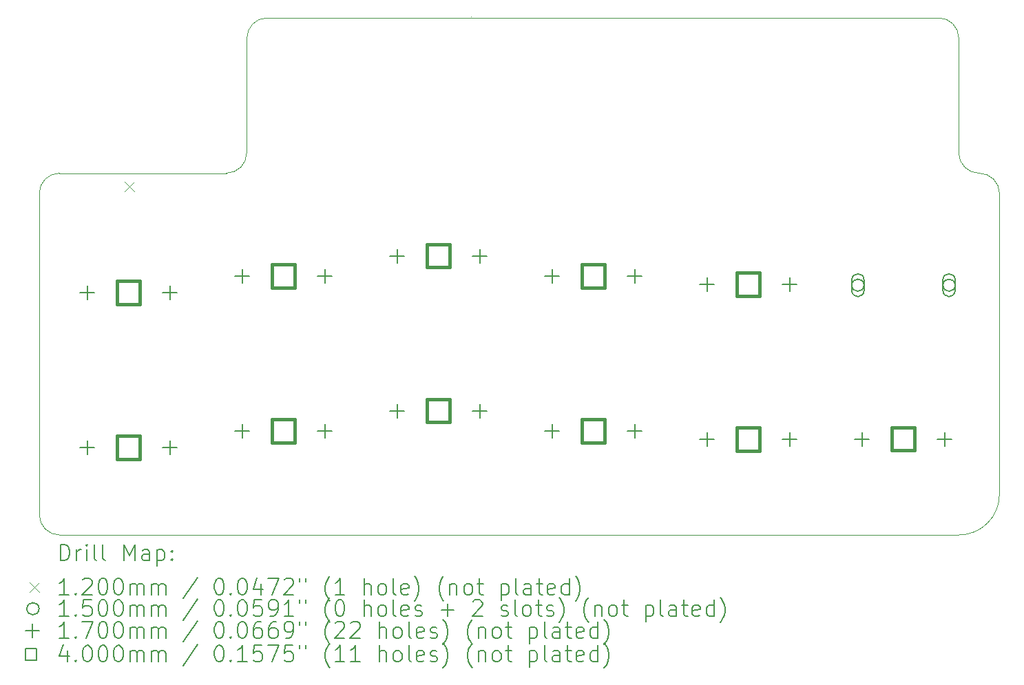
<source format=gbr>
%TF.GenerationSoftware,KiCad,Pcbnew,7.0.8*%
%TF.CreationDate,2023-11-12T23:27:01+00:00*%
%TF.ProjectId,Nixie-12R-pcb,4e697869-652d-4313-9252-2d7063622e6b,rev?*%
%TF.SameCoordinates,Original*%
%TF.FileFunction,Drillmap*%
%TF.FilePolarity,Positive*%
%FSLAX45Y45*%
G04 Gerber Fmt 4.5, Leading zero omitted, Abs format (unit mm)*
G04 Created by KiCad (PCBNEW 7.0.8) date 2023-11-12 23:27:01*
%MOMM*%
%LPD*%
G01*
G04 APERTURE LIST*
%ADD10C,0.050000*%
%ADD11C,0.200000*%
%ADD12C,0.120000*%
%ADD13C,0.150000*%
%ADD14C,0.170000*%
%ADD15C,0.400000*%
G04 APERTURE END LIST*
D10*
X26250008Y-13273553D02*
X26250000Y-16975000D01*
X17246053Y-11115000D02*
X25500000Y-11115000D01*
X14693549Y-13024996D02*
X16746447Y-13025000D01*
X25750000Y-17475000D02*
X14695000Y-17474786D01*
X25750004Y-11363553D02*
G75*
G03*
X25500000Y-11115000I-248554J3D01*
G01*
X25750006Y-12776447D02*
G75*
G03*
X26000004Y-13025000I248554J-3D01*
G01*
X26250004Y-13273553D02*
G75*
G03*
X26000004Y-13025000I-248554J3D01*
G01*
X14444990Y-17226233D02*
G75*
G03*
X14695000Y-17474786I248560J3D01*
G01*
X14444996Y-17226233D02*
X14444996Y-13275000D01*
X17246053Y-11114996D02*
G75*
G03*
X16997500Y-11365004I7J-248564D01*
G01*
X14693549Y-13024992D02*
G75*
G03*
X14444996Y-13275000I1J-248558D01*
G01*
X25750004Y-11363553D02*
X25750000Y-12776447D01*
X19752500Y-11097500D02*
X19752500Y-11102500D01*
X25750000Y-17475000D02*
G75*
G03*
X26250000Y-16975000I0J500000D01*
G01*
X16995000Y-12774996D02*
X16995000Y-11365004D01*
X16746447Y-13025004D02*
G75*
G03*
X16995000Y-12774996I3J248554D01*
G01*
D11*
D12*
X15495000Y-13126500D02*
X15615000Y-13246500D01*
X15615000Y-13126500D02*
X15495000Y-13246500D01*
D13*
X24585000Y-14402500D02*
G75*
G03*
X24585000Y-14402500I-75000J0D01*
G01*
D11*
X24585000Y-14467500D02*
X24585000Y-14337500D01*
X24585000Y-14337500D02*
G75*
G03*
X24435000Y-14337500I-75000J0D01*
G01*
X24435000Y-14337500D02*
X24435000Y-14467500D01*
X24435000Y-14467500D02*
G75*
G03*
X24585000Y-14467500I75000J0D01*
G01*
D13*
X25705000Y-14402500D02*
G75*
G03*
X25705000Y-14402500I-75000J0D01*
G01*
D11*
X25705000Y-14467500D02*
X25705000Y-14337500D01*
X25705000Y-14337500D02*
G75*
G03*
X25555000Y-14337500I-75000J0D01*
G01*
X25555000Y-14337500D02*
X25555000Y-14467500D01*
X25555000Y-14467500D02*
G75*
G03*
X25705000Y-14467500I75000J0D01*
G01*
D14*
X15033000Y-14407500D02*
X15033000Y-14577500D01*
X14948000Y-14492500D02*
X15118000Y-14492500D01*
X15033000Y-16312500D02*
X15033000Y-16482500D01*
X14948000Y-16397500D02*
X15118000Y-16397500D01*
X16049000Y-14407500D02*
X16049000Y-14577500D01*
X15964000Y-14492500D02*
X16134000Y-14492500D01*
X16049000Y-16312500D02*
X16049000Y-16482500D01*
X15964000Y-16397500D02*
X16134000Y-16397500D01*
X16938000Y-14205500D02*
X16938000Y-14375500D01*
X16853000Y-14290500D02*
X17023000Y-14290500D01*
X16938000Y-16110500D02*
X16938000Y-16280500D01*
X16853000Y-16195500D02*
X17023000Y-16195500D01*
X17954000Y-14205500D02*
X17954000Y-14375500D01*
X17869000Y-14290500D02*
X18039000Y-14290500D01*
X17954000Y-16110500D02*
X17954000Y-16280500D01*
X17869000Y-16195500D02*
X18039000Y-16195500D01*
X18843000Y-13956500D02*
X18843000Y-14126500D01*
X18758000Y-14041500D02*
X18928000Y-14041500D01*
X18843000Y-15861500D02*
X18843000Y-16031500D01*
X18758000Y-15946500D02*
X18928000Y-15946500D01*
X19859000Y-13956500D02*
X19859000Y-14126500D01*
X19774000Y-14041500D02*
X19944000Y-14041500D01*
X19859000Y-15861500D02*
X19859000Y-16031500D01*
X19774000Y-15946500D02*
X19944000Y-15946500D01*
X20748000Y-14206500D02*
X20748000Y-14376500D01*
X20663000Y-14291500D02*
X20833000Y-14291500D01*
X20748000Y-16111500D02*
X20748000Y-16281500D01*
X20663000Y-16196500D02*
X20833000Y-16196500D01*
X21764000Y-14206500D02*
X21764000Y-14376500D01*
X21679000Y-14291500D02*
X21849000Y-14291500D01*
X21764000Y-16111500D02*
X21764000Y-16281500D01*
X21679000Y-16196500D02*
X21849000Y-16196500D01*
X22653000Y-14306500D02*
X22653000Y-14476500D01*
X22568000Y-14391500D02*
X22738000Y-14391500D01*
X22653000Y-16211500D02*
X22653000Y-16381500D01*
X22568000Y-16296500D02*
X22738000Y-16296500D01*
X23669000Y-14306500D02*
X23669000Y-14476500D01*
X23584000Y-14391500D02*
X23754000Y-14391500D01*
X23669000Y-16211500D02*
X23669000Y-16381500D01*
X23584000Y-16296500D02*
X23754000Y-16296500D01*
X24558000Y-16210500D02*
X24558000Y-16380500D01*
X24473000Y-16295500D02*
X24643000Y-16295500D01*
X25574000Y-16210500D02*
X25574000Y-16380500D01*
X25489000Y-16295500D02*
X25659000Y-16295500D01*
D15*
X15682423Y-14633923D02*
X15682423Y-14351077D01*
X15399577Y-14351077D01*
X15399577Y-14633923D01*
X15682423Y-14633923D01*
X15682423Y-16538923D02*
X15682423Y-16256077D01*
X15399577Y-16256077D01*
X15399577Y-16538923D01*
X15682423Y-16538923D01*
X17587423Y-14431923D02*
X17587423Y-14149077D01*
X17304577Y-14149077D01*
X17304577Y-14431923D01*
X17587423Y-14431923D01*
X17587423Y-16336923D02*
X17587423Y-16054077D01*
X17304577Y-16054077D01*
X17304577Y-16336923D01*
X17587423Y-16336923D01*
X19492423Y-14182923D02*
X19492423Y-13900077D01*
X19209577Y-13900077D01*
X19209577Y-14182923D01*
X19492423Y-14182923D01*
X19492423Y-16087923D02*
X19492423Y-15805077D01*
X19209577Y-15805077D01*
X19209577Y-16087923D01*
X19492423Y-16087923D01*
X21397423Y-14432923D02*
X21397423Y-14150077D01*
X21114577Y-14150077D01*
X21114577Y-14432923D01*
X21397423Y-14432923D01*
X21397423Y-16337923D02*
X21397423Y-16055077D01*
X21114577Y-16055077D01*
X21114577Y-16337923D01*
X21397423Y-16337923D01*
X23302423Y-14532923D02*
X23302423Y-14250077D01*
X23019577Y-14250077D01*
X23019577Y-14532923D01*
X23302423Y-14532923D01*
X23302423Y-16437923D02*
X23302423Y-16155077D01*
X23019577Y-16155077D01*
X23019577Y-16437923D01*
X23302423Y-16437923D01*
X25207423Y-16436923D02*
X25207423Y-16154077D01*
X24924577Y-16154077D01*
X24924577Y-16436923D01*
X25207423Y-16436923D01*
D11*
X14703268Y-17788984D02*
X14703268Y-17588984D01*
X14703268Y-17588984D02*
X14750887Y-17588984D01*
X14750887Y-17588984D02*
X14779459Y-17598508D01*
X14779459Y-17598508D02*
X14798507Y-17617555D01*
X14798507Y-17617555D02*
X14808030Y-17636603D01*
X14808030Y-17636603D02*
X14817554Y-17674698D01*
X14817554Y-17674698D02*
X14817554Y-17703270D01*
X14817554Y-17703270D02*
X14808030Y-17741365D01*
X14808030Y-17741365D02*
X14798507Y-17760412D01*
X14798507Y-17760412D02*
X14779459Y-17779460D01*
X14779459Y-17779460D02*
X14750887Y-17788984D01*
X14750887Y-17788984D02*
X14703268Y-17788984D01*
X14903268Y-17788984D02*
X14903268Y-17655650D01*
X14903268Y-17693746D02*
X14912792Y-17674698D01*
X14912792Y-17674698D02*
X14922316Y-17665174D01*
X14922316Y-17665174D02*
X14941364Y-17655650D01*
X14941364Y-17655650D02*
X14960411Y-17655650D01*
X15027078Y-17788984D02*
X15027078Y-17655650D01*
X15027078Y-17588984D02*
X15017554Y-17598508D01*
X15017554Y-17598508D02*
X15027078Y-17608031D01*
X15027078Y-17608031D02*
X15036602Y-17598508D01*
X15036602Y-17598508D02*
X15027078Y-17588984D01*
X15027078Y-17588984D02*
X15027078Y-17608031D01*
X15150887Y-17788984D02*
X15131840Y-17779460D01*
X15131840Y-17779460D02*
X15122316Y-17760412D01*
X15122316Y-17760412D02*
X15122316Y-17588984D01*
X15255649Y-17788984D02*
X15236602Y-17779460D01*
X15236602Y-17779460D02*
X15227078Y-17760412D01*
X15227078Y-17760412D02*
X15227078Y-17588984D01*
X15484221Y-17788984D02*
X15484221Y-17588984D01*
X15484221Y-17588984D02*
X15550888Y-17731841D01*
X15550888Y-17731841D02*
X15617554Y-17588984D01*
X15617554Y-17588984D02*
X15617554Y-17788984D01*
X15798507Y-17788984D02*
X15798507Y-17684222D01*
X15798507Y-17684222D02*
X15788983Y-17665174D01*
X15788983Y-17665174D02*
X15769935Y-17655650D01*
X15769935Y-17655650D02*
X15731840Y-17655650D01*
X15731840Y-17655650D02*
X15712792Y-17665174D01*
X15798507Y-17779460D02*
X15779459Y-17788984D01*
X15779459Y-17788984D02*
X15731840Y-17788984D01*
X15731840Y-17788984D02*
X15712792Y-17779460D01*
X15712792Y-17779460D02*
X15703268Y-17760412D01*
X15703268Y-17760412D02*
X15703268Y-17741365D01*
X15703268Y-17741365D02*
X15712792Y-17722317D01*
X15712792Y-17722317D02*
X15731840Y-17712793D01*
X15731840Y-17712793D02*
X15779459Y-17712793D01*
X15779459Y-17712793D02*
X15798507Y-17703270D01*
X15893745Y-17655650D02*
X15893745Y-17855650D01*
X15893745Y-17665174D02*
X15912792Y-17655650D01*
X15912792Y-17655650D02*
X15950888Y-17655650D01*
X15950888Y-17655650D02*
X15969935Y-17665174D01*
X15969935Y-17665174D02*
X15979459Y-17674698D01*
X15979459Y-17674698D02*
X15988983Y-17693746D01*
X15988983Y-17693746D02*
X15988983Y-17750889D01*
X15988983Y-17750889D02*
X15979459Y-17769936D01*
X15979459Y-17769936D02*
X15969935Y-17779460D01*
X15969935Y-17779460D02*
X15950888Y-17788984D01*
X15950888Y-17788984D02*
X15912792Y-17788984D01*
X15912792Y-17788984D02*
X15893745Y-17779460D01*
X16074697Y-17769936D02*
X16084221Y-17779460D01*
X16084221Y-17779460D02*
X16074697Y-17788984D01*
X16074697Y-17788984D02*
X16065173Y-17779460D01*
X16065173Y-17779460D02*
X16074697Y-17769936D01*
X16074697Y-17769936D02*
X16074697Y-17788984D01*
X16074697Y-17665174D02*
X16084221Y-17674698D01*
X16084221Y-17674698D02*
X16074697Y-17684222D01*
X16074697Y-17684222D02*
X16065173Y-17674698D01*
X16065173Y-17674698D02*
X16074697Y-17665174D01*
X16074697Y-17665174D02*
X16074697Y-17684222D01*
D12*
X14322492Y-18057500D02*
X14442492Y-18177500D01*
X14442492Y-18057500D02*
X14322492Y-18177500D01*
D11*
X14808030Y-18208984D02*
X14693745Y-18208984D01*
X14750887Y-18208984D02*
X14750887Y-18008984D01*
X14750887Y-18008984D02*
X14731840Y-18037555D01*
X14731840Y-18037555D02*
X14712792Y-18056603D01*
X14712792Y-18056603D02*
X14693745Y-18066127D01*
X14893745Y-18189936D02*
X14903268Y-18199460D01*
X14903268Y-18199460D02*
X14893745Y-18208984D01*
X14893745Y-18208984D02*
X14884221Y-18199460D01*
X14884221Y-18199460D02*
X14893745Y-18189936D01*
X14893745Y-18189936D02*
X14893745Y-18208984D01*
X14979459Y-18028031D02*
X14988983Y-18018508D01*
X14988983Y-18018508D02*
X15008030Y-18008984D01*
X15008030Y-18008984D02*
X15055649Y-18008984D01*
X15055649Y-18008984D02*
X15074697Y-18018508D01*
X15074697Y-18018508D02*
X15084221Y-18028031D01*
X15084221Y-18028031D02*
X15093745Y-18047079D01*
X15093745Y-18047079D02*
X15093745Y-18066127D01*
X15093745Y-18066127D02*
X15084221Y-18094698D01*
X15084221Y-18094698D02*
X14969935Y-18208984D01*
X14969935Y-18208984D02*
X15093745Y-18208984D01*
X15217554Y-18008984D02*
X15236602Y-18008984D01*
X15236602Y-18008984D02*
X15255649Y-18018508D01*
X15255649Y-18018508D02*
X15265173Y-18028031D01*
X15265173Y-18028031D02*
X15274697Y-18047079D01*
X15274697Y-18047079D02*
X15284221Y-18085174D01*
X15284221Y-18085174D02*
X15284221Y-18132793D01*
X15284221Y-18132793D02*
X15274697Y-18170889D01*
X15274697Y-18170889D02*
X15265173Y-18189936D01*
X15265173Y-18189936D02*
X15255649Y-18199460D01*
X15255649Y-18199460D02*
X15236602Y-18208984D01*
X15236602Y-18208984D02*
X15217554Y-18208984D01*
X15217554Y-18208984D02*
X15198507Y-18199460D01*
X15198507Y-18199460D02*
X15188983Y-18189936D01*
X15188983Y-18189936D02*
X15179459Y-18170889D01*
X15179459Y-18170889D02*
X15169935Y-18132793D01*
X15169935Y-18132793D02*
X15169935Y-18085174D01*
X15169935Y-18085174D02*
X15179459Y-18047079D01*
X15179459Y-18047079D02*
X15188983Y-18028031D01*
X15188983Y-18028031D02*
X15198507Y-18018508D01*
X15198507Y-18018508D02*
X15217554Y-18008984D01*
X15408030Y-18008984D02*
X15427078Y-18008984D01*
X15427078Y-18008984D02*
X15446126Y-18018508D01*
X15446126Y-18018508D02*
X15455649Y-18028031D01*
X15455649Y-18028031D02*
X15465173Y-18047079D01*
X15465173Y-18047079D02*
X15474697Y-18085174D01*
X15474697Y-18085174D02*
X15474697Y-18132793D01*
X15474697Y-18132793D02*
X15465173Y-18170889D01*
X15465173Y-18170889D02*
X15455649Y-18189936D01*
X15455649Y-18189936D02*
X15446126Y-18199460D01*
X15446126Y-18199460D02*
X15427078Y-18208984D01*
X15427078Y-18208984D02*
X15408030Y-18208984D01*
X15408030Y-18208984D02*
X15388983Y-18199460D01*
X15388983Y-18199460D02*
X15379459Y-18189936D01*
X15379459Y-18189936D02*
X15369935Y-18170889D01*
X15369935Y-18170889D02*
X15360411Y-18132793D01*
X15360411Y-18132793D02*
X15360411Y-18085174D01*
X15360411Y-18085174D02*
X15369935Y-18047079D01*
X15369935Y-18047079D02*
X15379459Y-18028031D01*
X15379459Y-18028031D02*
X15388983Y-18018508D01*
X15388983Y-18018508D02*
X15408030Y-18008984D01*
X15560411Y-18208984D02*
X15560411Y-18075650D01*
X15560411Y-18094698D02*
X15569935Y-18085174D01*
X15569935Y-18085174D02*
X15588983Y-18075650D01*
X15588983Y-18075650D02*
X15617554Y-18075650D01*
X15617554Y-18075650D02*
X15636602Y-18085174D01*
X15636602Y-18085174D02*
X15646126Y-18104222D01*
X15646126Y-18104222D02*
X15646126Y-18208984D01*
X15646126Y-18104222D02*
X15655649Y-18085174D01*
X15655649Y-18085174D02*
X15674697Y-18075650D01*
X15674697Y-18075650D02*
X15703268Y-18075650D01*
X15703268Y-18075650D02*
X15722316Y-18085174D01*
X15722316Y-18085174D02*
X15731840Y-18104222D01*
X15731840Y-18104222D02*
X15731840Y-18208984D01*
X15827078Y-18208984D02*
X15827078Y-18075650D01*
X15827078Y-18094698D02*
X15836602Y-18085174D01*
X15836602Y-18085174D02*
X15855649Y-18075650D01*
X15855649Y-18075650D02*
X15884221Y-18075650D01*
X15884221Y-18075650D02*
X15903269Y-18085174D01*
X15903269Y-18085174D02*
X15912792Y-18104222D01*
X15912792Y-18104222D02*
X15912792Y-18208984D01*
X15912792Y-18104222D02*
X15922316Y-18085174D01*
X15922316Y-18085174D02*
X15941364Y-18075650D01*
X15941364Y-18075650D02*
X15969935Y-18075650D01*
X15969935Y-18075650D02*
X15988983Y-18085174D01*
X15988983Y-18085174D02*
X15998507Y-18104222D01*
X15998507Y-18104222D02*
X15998507Y-18208984D01*
X16388983Y-17999460D02*
X16217554Y-18256603D01*
X16646126Y-18008984D02*
X16665173Y-18008984D01*
X16665173Y-18008984D02*
X16684221Y-18018508D01*
X16684221Y-18018508D02*
X16693745Y-18028031D01*
X16693745Y-18028031D02*
X16703269Y-18047079D01*
X16703269Y-18047079D02*
X16712792Y-18085174D01*
X16712792Y-18085174D02*
X16712792Y-18132793D01*
X16712792Y-18132793D02*
X16703269Y-18170889D01*
X16703269Y-18170889D02*
X16693745Y-18189936D01*
X16693745Y-18189936D02*
X16684221Y-18199460D01*
X16684221Y-18199460D02*
X16665173Y-18208984D01*
X16665173Y-18208984D02*
X16646126Y-18208984D01*
X16646126Y-18208984D02*
X16627078Y-18199460D01*
X16627078Y-18199460D02*
X16617554Y-18189936D01*
X16617554Y-18189936D02*
X16608031Y-18170889D01*
X16608031Y-18170889D02*
X16598507Y-18132793D01*
X16598507Y-18132793D02*
X16598507Y-18085174D01*
X16598507Y-18085174D02*
X16608031Y-18047079D01*
X16608031Y-18047079D02*
X16617554Y-18028031D01*
X16617554Y-18028031D02*
X16627078Y-18018508D01*
X16627078Y-18018508D02*
X16646126Y-18008984D01*
X16798507Y-18189936D02*
X16808031Y-18199460D01*
X16808031Y-18199460D02*
X16798507Y-18208984D01*
X16798507Y-18208984D02*
X16788983Y-18199460D01*
X16788983Y-18199460D02*
X16798507Y-18189936D01*
X16798507Y-18189936D02*
X16798507Y-18208984D01*
X16931840Y-18008984D02*
X16950888Y-18008984D01*
X16950888Y-18008984D02*
X16969935Y-18018508D01*
X16969935Y-18018508D02*
X16979459Y-18028031D01*
X16979459Y-18028031D02*
X16988983Y-18047079D01*
X16988983Y-18047079D02*
X16998507Y-18085174D01*
X16998507Y-18085174D02*
X16998507Y-18132793D01*
X16998507Y-18132793D02*
X16988983Y-18170889D01*
X16988983Y-18170889D02*
X16979459Y-18189936D01*
X16979459Y-18189936D02*
X16969935Y-18199460D01*
X16969935Y-18199460D02*
X16950888Y-18208984D01*
X16950888Y-18208984D02*
X16931840Y-18208984D01*
X16931840Y-18208984D02*
X16912793Y-18199460D01*
X16912793Y-18199460D02*
X16903269Y-18189936D01*
X16903269Y-18189936D02*
X16893745Y-18170889D01*
X16893745Y-18170889D02*
X16884221Y-18132793D01*
X16884221Y-18132793D02*
X16884221Y-18085174D01*
X16884221Y-18085174D02*
X16893745Y-18047079D01*
X16893745Y-18047079D02*
X16903269Y-18028031D01*
X16903269Y-18028031D02*
X16912793Y-18018508D01*
X16912793Y-18018508D02*
X16931840Y-18008984D01*
X17169935Y-18075650D02*
X17169935Y-18208984D01*
X17122316Y-17999460D02*
X17074697Y-18142317D01*
X17074697Y-18142317D02*
X17198507Y-18142317D01*
X17255650Y-18008984D02*
X17388983Y-18008984D01*
X17388983Y-18008984D02*
X17303269Y-18208984D01*
X17455650Y-18028031D02*
X17465174Y-18018508D01*
X17465174Y-18018508D02*
X17484221Y-18008984D01*
X17484221Y-18008984D02*
X17531840Y-18008984D01*
X17531840Y-18008984D02*
X17550888Y-18018508D01*
X17550888Y-18018508D02*
X17560412Y-18028031D01*
X17560412Y-18028031D02*
X17569935Y-18047079D01*
X17569935Y-18047079D02*
X17569935Y-18066127D01*
X17569935Y-18066127D02*
X17560412Y-18094698D01*
X17560412Y-18094698D02*
X17446126Y-18208984D01*
X17446126Y-18208984D02*
X17569935Y-18208984D01*
X17646126Y-18008984D02*
X17646126Y-18047079D01*
X17722316Y-18008984D02*
X17722316Y-18047079D01*
X18017555Y-18285174D02*
X18008031Y-18275650D01*
X18008031Y-18275650D02*
X17988983Y-18247079D01*
X17988983Y-18247079D02*
X17979459Y-18228031D01*
X17979459Y-18228031D02*
X17969936Y-18199460D01*
X17969936Y-18199460D02*
X17960412Y-18151841D01*
X17960412Y-18151841D02*
X17960412Y-18113746D01*
X17960412Y-18113746D02*
X17969936Y-18066127D01*
X17969936Y-18066127D02*
X17979459Y-18037555D01*
X17979459Y-18037555D02*
X17988983Y-18018508D01*
X17988983Y-18018508D02*
X18008031Y-17989936D01*
X18008031Y-17989936D02*
X18017555Y-17980412D01*
X18198507Y-18208984D02*
X18084221Y-18208984D01*
X18141364Y-18208984D02*
X18141364Y-18008984D01*
X18141364Y-18008984D02*
X18122316Y-18037555D01*
X18122316Y-18037555D02*
X18103269Y-18056603D01*
X18103269Y-18056603D02*
X18084221Y-18066127D01*
X18436602Y-18208984D02*
X18436602Y-18008984D01*
X18522317Y-18208984D02*
X18522317Y-18104222D01*
X18522317Y-18104222D02*
X18512793Y-18085174D01*
X18512793Y-18085174D02*
X18493745Y-18075650D01*
X18493745Y-18075650D02*
X18465174Y-18075650D01*
X18465174Y-18075650D02*
X18446126Y-18085174D01*
X18446126Y-18085174D02*
X18436602Y-18094698D01*
X18646126Y-18208984D02*
X18627078Y-18199460D01*
X18627078Y-18199460D02*
X18617555Y-18189936D01*
X18617555Y-18189936D02*
X18608031Y-18170889D01*
X18608031Y-18170889D02*
X18608031Y-18113746D01*
X18608031Y-18113746D02*
X18617555Y-18094698D01*
X18617555Y-18094698D02*
X18627078Y-18085174D01*
X18627078Y-18085174D02*
X18646126Y-18075650D01*
X18646126Y-18075650D02*
X18674698Y-18075650D01*
X18674698Y-18075650D02*
X18693745Y-18085174D01*
X18693745Y-18085174D02*
X18703269Y-18094698D01*
X18703269Y-18094698D02*
X18712793Y-18113746D01*
X18712793Y-18113746D02*
X18712793Y-18170889D01*
X18712793Y-18170889D02*
X18703269Y-18189936D01*
X18703269Y-18189936D02*
X18693745Y-18199460D01*
X18693745Y-18199460D02*
X18674698Y-18208984D01*
X18674698Y-18208984D02*
X18646126Y-18208984D01*
X18827078Y-18208984D02*
X18808031Y-18199460D01*
X18808031Y-18199460D02*
X18798507Y-18180412D01*
X18798507Y-18180412D02*
X18798507Y-18008984D01*
X18979459Y-18199460D02*
X18960412Y-18208984D01*
X18960412Y-18208984D02*
X18922317Y-18208984D01*
X18922317Y-18208984D02*
X18903269Y-18199460D01*
X18903269Y-18199460D02*
X18893745Y-18180412D01*
X18893745Y-18180412D02*
X18893745Y-18104222D01*
X18893745Y-18104222D02*
X18903269Y-18085174D01*
X18903269Y-18085174D02*
X18922317Y-18075650D01*
X18922317Y-18075650D02*
X18960412Y-18075650D01*
X18960412Y-18075650D02*
X18979459Y-18085174D01*
X18979459Y-18085174D02*
X18988983Y-18104222D01*
X18988983Y-18104222D02*
X18988983Y-18123270D01*
X18988983Y-18123270D02*
X18893745Y-18142317D01*
X19055650Y-18285174D02*
X19065174Y-18275650D01*
X19065174Y-18275650D02*
X19084221Y-18247079D01*
X19084221Y-18247079D02*
X19093745Y-18228031D01*
X19093745Y-18228031D02*
X19103269Y-18199460D01*
X19103269Y-18199460D02*
X19112793Y-18151841D01*
X19112793Y-18151841D02*
X19112793Y-18113746D01*
X19112793Y-18113746D02*
X19103269Y-18066127D01*
X19103269Y-18066127D02*
X19093745Y-18037555D01*
X19093745Y-18037555D02*
X19084221Y-18018508D01*
X19084221Y-18018508D02*
X19065174Y-17989936D01*
X19065174Y-17989936D02*
X19055650Y-17980412D01*
X19417555Y-18285174D02*
X19408031Y-18275650D01*
X19408031Y-18275650D02*
X19388983Y-18247079D01*
X19388983Y-18247079D02*
X19379459Y-18228031D01*
X19379459Y-18228031D02*
X19369936Y-18199460D01*
X19369936Y-18199460D02*
X19360412Y-18151841D01*
X19360412Y-18151841D02*
X19360412Y-18113746D01*
X19360412Y-18113746D02*
X19369936Y-18066127D01*
X19369936Y-18066127D02*
X19379459Y-18037555D01*
X19379459Y-18037555D02*
X19388983Y-18018508D01*
X19388983Y-18018508D02*
X19408031Y-17989936D01*
X19408031Y-17989936D02*
X19417555Y-17980412D01*
X19493745Y-18075650D02*
X19493745Y-18208984D01*
X19493745Y-18094698D02*
X19503269Y-18085174D01*
X19503269Y-18085174D02*
X19522317Y-18075650D01*
X19522317Y-18075650D02*
X19550888Y-18075650D01*
X19550888Y-18075650D02*
X19569936Y-18085174D01*
X19569936Y-18085174D02*
X19579459Y-18104222D01*
X19579459Y-18104222D02*
X19579459Y-18208984D01*
X19703269Y-18208984D02*
X19684221Y-18199460D01*
X19684221Y-18199460D02*
X19674698Y-18189936D01*
X19674698Y-18189936D02*
X19665174Y-18170889D01*
X19665174Y-18170889D02*
X19665174Y-18113746D01*
X19665174Y-18113746D02*
X19674698Y-18094698D01*
X19674698Y-18094698D02*
X19684221Y-18085174D01*
X19684221Y-18085174D02*
X19703269Y-18075650D01*
X19703269Y-18075650D02*
X19731840Y-18075650D01*
X19731840Y-18075650D02*
X19750888Y-18085174D01*
X19750888Y-18085174D02*
X19760412Y-18094698D01*
X19760412Y-18094698D02*
X19769936Y-18113746D01*
X19769936Y-18113746D02*
X19769936Y-18170889D01*
X19769936Y-18170889D02*
X19760412Y-18189936D01*
X19760412Y-18189936D02*
X19750888Y-18199460D01*
X19750888Y-18199460D02*
X19731840Y-18208984D01*
X19731840Y-18208984D02*
X19703269Y-18208984D01*
X19827079Y-18075650D02*
X19903269Y-18075650D01*
X19855650Y-18008984D02*
X19855650Y-18180412D01*
X19855650Y-18180412D02*
X19865174Y-18199460D01*
X19865174Y-18199460D02*
X19884221Y-18208984D01*
X19884221Y-18208984D02*
X19903269Y-18208984D01*
X20122317Y-18075650D02*
X20122317Y-18275650D01*
X20122317Y-18085174D02*
X20141364Y-18075650D01*
X20141364Y-18075650D02*
X20179460Y-18075650D01*
X20179460Y-18075650D02*
X20198507Y-18085174D01*
X20198507Y-18085174D02*
X20208031Y-18094698D01*
X20208031Y-18094698D02*
X20217555Y-18113746D01*
X20217555Y-18113746D02*
X20217555Y-18170889D01*
X20217555Y-18170889D02*
X20208031Y-18189936D01*
X20208031Y-18189936D02*
X20198507Y-18199460D01*
X20198507Y-18199460D02*
X20179460Y-18208984D01*
X20179460Y-18208984D02*
X20141364Y-18208984D01*
X20141364Y-18208984D02*
X20122317Y-18199460D01*
X20331840Y-18208984D02*
X20312793Y-18199460D01*
X20312793Y-18199460D02*
X20303269Y-18180412D01*
X20303269Y-18180412D02*
X20303269Y-18008984D01*
X20493745Y-18208984D02*
X20493745Y-18104222D01*
X20493745Y-18104222D02*
X20484221Y-18085174D01*
X20484221Y-18085174D02*
X20465174Y-18075650D01*
X20465174Y-18075650D02*
X20427079Y-18075650D01*
X20427079Y-18075650D02*
X20408031Y-18085174D01*
X20493745Y-18199460D02*
X20474698Y-18208984D01*
X20474698Y-18208984D02*
X20427079Y-18208984D01*
X20427079Y-18208984D02*
X20408031Y-18199460D01*
X20408031Y-18199460D02*
X20398507Y-18180412D01*
X20398507Y-18180412D02*
X20398507Y-18161365D01*
X20398507Y-18161365D02*
X20408031Y-18142317D01*
X20408031Y-18142317D02*
X20427079Y-18132793D01*
X20427079Y-18132793D02*
X20474698Y-18132793D01*
X20474698Y-18132793D02*
X20493745Y-18123270D01*
X20560412Y-18075650D02*
X20636602Y-18075650D01*
X20588983Y-18008984D02*
X20588983Y-18180412D01*
X20588983Y-18180412D02*
X20598507Y-18199460D01*
X20598507Y-18199460D02*
X20617555Y-18208984D01*
X20617555Y-18208984D02*
X20636602Y-18208984D01*
X20779460Y-18199460D02*
X20760412Y-18208984D01*
X20760412Y-18208984D02*
X20722317Y-18208984D01*
X20722317Y-18208984D02*
X20703269Y-18199460D01*
X20703269Y-18199460D02*
X20693745Y-18180412D01*
X20693745Y-18180412D02*
X20693745Y-18104222D01*
X20693745Y-18104222D02*
X20703269Y-18085174D01*
X20703269Y-18085174D02*
X20722317Y-18075650D01*
X20722317Y-18075650D02*
X20760412Y-18075650D01*
X20760412Y-18075650D02*
X20779460Y-18085174D01*
X20779460Y-18085174D02*
X20788983Y-18104222D01*
X20788983Y-18104222D02*
X20788983Y-18123270D01*
X20788983Y-18123270D02*
X20693745Y-18142317D01*
X20960412Y-18208984D02*
X20960412Y-18008984D01*
X20960412Y-18199460D02*
X20941364Y-18208984D01*
X20941364Y-18208984D02*
X20903269Y-18208984D01*
X20903269Y-18208984D02*
X20884221Y-18199460D01*
X20884221Y-18199460D02*
X20874698Y-18189936D01*
X20874698Y-18189936D02*
X20865174Y-18170889D01*
X20865174Y-18170889D02*
X20865174Y-18113746D01*
X20865174Y-18113746D02*
X20874698Y-18094698D01*
X20874698Y-18094698D02*
X20884221Y-18085174D01*
X20884221Y-18085174D02*
X20903269Y-18075650D01*
X20903269Y-18075650D02*
X20941364Y-18075650D01*
X20941364Y-18075650D02*
X20960412Y-18085174D01*
X21036602Y-18285174D02*
X21046126Y-18275650D01*
X21046126Y-18275650D02*
X21065174Y-18247079D01*
X21065174Y-18247079D02*
X21074698Y-18228031D01*
X21074698Y-18228031D02*
X21084221Y-18199460D01*
X21084221Y-18199460D02*
X21093745Y-18151841D01*
X21093745Y-18151841D02*
X21093745Y-18113746D01*
X21093745Y-18113746D02*
X21084221Y-18066127D01*
X21084221Y-18066127D02*
X21074698Y-18037555D01*
X21074698Y-18037555D02*
X21065174Y-18018508D01*
X21065174Y-18018508D02*
X21046126Y-17989936D01*
X21046126Y-17989936D02*
X21036602Y-17980412D01*
D13*
X14442492Y-18381500D02*
G75*
G03*
X14442492Y-18381500I-75000J0D01*
G01*
D11*
X14808030Y-18472984D02*
X14693745Y-18472984D01*
X14750887Y-18472984D02*
X14750887Y-18272984D01*
X14750887Y-18272984D02*
X14731840Y-18301555D01*
X14731840Y-18301555D02*
X14712792Y-18320603D01*
X14712792Y-18320603D02*
X14693745Y-18330127D01*
X14893745Y-18453936D02*
X14903268Y-18463460D01*
X14903268Y-18463460D02*
X14893745Y-18472984D01*
X14893745Y-18472984D02*
X14884221Y-18463460D01*
X14884221Y-18463460D02*
X14893745Y-18453936D01*
X14893745Y-18453936D02*
X14893745Y-18472984D01*
X15084221Y-18272984D02*
X14988983Y-18272984D01*
X14988983Y-18272984D02*
X14979459Y-18368222D01*
X14979459Y-18368222D02*
X14988983Y-18358698D01*
X14988983Y-18358698D02*
X15008030Y-18349174D01*
X15008030Y-18349174D02*
X15055649Y-18349174D01*
X15055649Y-18349174D02*
X15074697Y-18358698D01*
X15074697Y-18358698D02*
X15084221Y-18368222D01*
X15084221Y-18368222D02*
X15093745Y-18387270D01*
X15093745Y-18387270D02*
X15093745Y-18434889D01*
X15093745Y-18434889D02*
X15084221Y-18453936D01*
X15084221Y-18453936D02*
X15074697Y-18463460D01*
X15074697Y-18463460D02*
X15055649Y-18472984D01*
X15055649Y-18472984D02*
X15008030Y-18472984D01*
X15008030Y-18472984D02*
X14988983Y-18463460D01*
X14988983Y-18463460D02*
X14979459Y-18453936D01*
X15217554Y-18272984D02*
X15236602Y-18272984D01*
X15236602Y-18272984D02*
X15255649Y-18282508D01*
X15255649Y-18282508D02*
X15265173Y-18292031D01*
X15265173Y-18292031D02*
X15274697Y-18311079D01*
X15274697Y-18311079D02*
X15284221Y-18349174D01*
X15284221Y-18349174D02*
X15284221Y-18396793D01*
X15284221Y-18396793D02*
X15274697Y-18434889D01*
X15274697Y-18434889D02*
X15265173Y-18453936D01*
X15265173Y-18453936D02*
X15255649Y-18463460D01*
X15255649Y-18463460D02*
X15236602Y-18472984D01*
X15236602Y-18472984D02*
X15217554Y-18472984D01*
X15217554Y-18472984D02*
X15198507Y-18463460D01*
X15198507Y-18463460D02*
X15188983Y-18453936D01*
X15188983Y-18453936D02*
X15179459Y-18434889D01*
X15179459Y-18434889D02*
X15169935Y-18396793D01*
X15169935Y-18396793D02*
X15169935Y-18349174D01*
X15169935Y-18349174D02*
X15179459Y-18311079D01*
X15179459Y-18311079D02*
X15188983Y-18292031D01*
X15188983Y-18292031D02*
X15198507Y-18282508D01*
X15198507Y-18282508D02*
X15217554Y-18272984D01*
X15408030Y-18272984D02*
X15427078Y-18272984D01*
X15427078Y-18272984D02*
X15446126Y-18282508D01*
X15446126Y-18282508D02*
X15455649Y-18292031D01*
X15455649Y-18292031D02*
X15465173Y-18311079D01*
X15465173Y-18311079D02*
X15474697Y-18349174D01*
X15474697Y-18349174D02*
X15474697Y-18396793D01*
X15474697Y-18396793D02*
X15465173Y-18434889D01*
X15465173Y-18434889D02*
X15455649Y-18453936D01*
X15455649Y-18453936D02*
X15446126Y-18463460D01*
X15446126Y-18463460D02*
X15427078Y-18472984D01*
X15427078Y-18472984D02*
X15408030Y-18472984D01*
X15408030Y-18472984D02*
X15388983Y-18463460D01*
X15388983Y-18463460D02*
X15379459Y-18453936D01*
X15379459Y-18453936D02*
X15369935Y-18434889D01*
X15369935Y-18434889D02*
X15360411Y-18396793D01*
X15360411Y-18396793D02*
X15360411Y-18349174D01*
X15360411Y-18349174D02*
X15369935Y-18311079D01*
X15369935Y-18311079D02*
X15379459Y-18292031D01*
X15379459Y-18292031D02*
X15388983Y-18282508D01*
X15388983Y-18282508D02*
X15408030Y-18272984D01*
X15560411Y-18472984D02*
X15560411Y-18339650D01*
X15560411Y-18358698D02*
X15569935Y-18349174D01*
X15569935Y-18349174D02*
X15588983Y-18339650D01*
X15588983Y-18339650D02*
X15617554Y-18339650D01*
X15617554Y-18339650D02*
X15636602Y-18349174D01*
X15636602Y-18349174D02*
X15646126Y-18368222D01*
X15646126Y-18368222D02*
X15646126Y-18472984D01*
X15646126Y-18368222D02*
X15655649Y-18349174D01*
X15655649Y-18349174D02*
X15674697Y-18339650D01*
X15674697Y-18339650D02*
X15703268Y-18339650D01*
X15703268Y-18339650D02*
X15722316Y-18349174D01*
X15722316Y-18349174D02*
X15731840Y-18368222D01*
X15731840Y-18368222D02*
X15731840Y-18472984D01*
X15827078Y-18472984D02*
X15827078Y-18339650D01*
X15827078Y-18358698D02*
X15836602Y-18349174D01*
X15836602Y-18349174D02*
X15855649Y-18339650D01*
X15855649Y-18339650D02*
X15884221Y-18339650D01*
X15884221Y-18339650D02*
X15903269Y-18349174D01*
X15903269Y-18349174D02*
X15912792Y-18368222D01*
X15912792Y-18368222D02*
X15912792Y-18472984D01*
X15912792Y-18368222D02*
X15922316Y-18349174D01*
X15922316Y-18349174D02*
X15941364Y-18339650D01*
X15941364Y-18339650D02*
X15969935Y-18339650D01*
X15969935Y-18339650D02*
X15988983Y-18349174D01*
X15988983Y-18349174D02*
X15998507Y-18368222D01*
X15998507Y-18368222D02*
X15998507Y-18472984D01*
X16388983Y-18263460D02*
X16217554Y-18520603D01*
X16646126Y-18272984D02*
X16665173Y-18272984D01*
X16665173Y-18272984D02*
X16684221Y-18282508D01*
X16684221Y-18282508D02*
X16693745Y-18292031D01*
X16693745Y-18292031D02*
X16703269Y-18311079D01*
X16703269Y-18311079D02*
X16712792Y-18349174D01*
X16712792Y-18349174D02*
X16712792Y-18396793D01*
X16712792Y-18396793D02*
X16703269Y-18434889D01*
X16703269Y-18434889D02*
X16693745Y-18453936D01*
X16693745Y-18453936D02*
X16684221Y-18463460D01*
X16684221Y-18463460D02*
X16665173Y-18472984D01*
X16665173Y-18472984D02*
X16646126Y-18472984D01*
X16646126Y-18472984D02*
X16627078Y-18463460D01*
X16627078Y-18463460D02*
X16617554Y-18453936D01*
X16617554Y-18453936D02*
X16608031Y-18434889D01*
X16608031Y-18434889D02*
X16598507Y-18396793D01*
X16598507Y-18396793D02*
X16598507Y-18349174D01*
X16598507Y-18349174D02*
X16608031Y-18311079D01*
X16608031Y-18311079D02*
X16617554Y-18292031D01*
X16617554Y-18292031D02*
X16627078Y-18282508D01*
X16627078Y-18282508D02*
X16646126Y-18272984D01*
X16798507Y-18453936D02*
X16808031Y-18463460D01*
X16808031Y-18463460D02*
X16798507Y-18472984D01*
X16798507Y-18472984D02*
X16788983Y-18463460D01*
X16788983Y-18463460D02*
X16798507Y-18453936D01*
X16798507Y-18453936D02*
X16798507Y-18472984D01*
X16931840Y-18272984D02*
X16950888Y-18272984D01*
X16950888Y-18272984D02*
X16969935Y-18282508D01*
X16969935Y-18282508D02*
X16979459Y-18292031D01*
X16979459Y-18292031D02*
X16988983Y-18311079D01*
X16988983Y-18311079D02*
X16998507Y-18349174D01*
X16998507Y-18349174D02*
X16998507Y-18396793D01*
X16998507Y-18396793D02*
X16988983Y-18434889D01*
X16988983Y-18434889D02*
X16979459Y-18453936D01*
X16979459Y-18453936D02*
X16969935Y-18463460D01*
X16969935Y-18463460D02*
X16950888Y-18472984D01*
X16950888Y-18472984D02*
X16931840Y-18472984D01*
X16931840Y-18472984D02*
X16912793Y-18463460D01*
X16912793Y-18463460D02*
X16903269Y-18453936D01*
X16903269Y-18453936D02*
X16893745Y-18434889D01*
X16893745Y-18434889D02*
X16884221Y-18396793D01*
X16884221Y-18396793D02*
X16884221Y-18349174D01*
X16884221Y-18349174D02*
X16893745Y-18311079D01*
X16893745Y-18311079D02*
X16903269Y-18292031D01*
X16903269Y-18292031D02*
X16912793Y-18282508D01*
X16912793Y-18282508D02*
X16931840Y-18272984D01*
X17179459Y-18272984D02*
X17084221Y-18272984D01*
X17084221Y-18272984D02*
X17074697Y-18368222D01*
X17074697Y-18368222D02*
X17084221Y-18358698D01*
X17084221Y-18358698D02*
X17103269Y-18349174D01*
X17103269Y-18349174D02*
X17150888Y-18349174D01*
X17150888Y-18349174D02*
X17169935Y-18358698D01*
X17169935Y-18358698D02*
X17179459Y-18368222D01*
X17179459Y-18368222D02*
X17188983Y-18387270D01*
X17188983Y-18387270D02*
X17188983Y-18434889D01*
X17188983Y-18434889D02*
X17179459Y-18453936D01*
X17179459Y-18453936D02*
X17169935Y-18463460D01*
X17169935Y-18463460D02*
X17150888Y-18472984D01*
X17150888Y-18472984D02*
X17103269Y-18472984D01*
X17103269Y-18472984D02*
X17084221Y-18463460D01*
X17084221Y-18463460D02*
X17074697Y-18453936D01*
X17284221Y-18472984D02*
X17322316Y-18472984D01*
X17322316Y-18472984D02*
X17341364Y-18463460D01*
X17341364Y-18463460D02*
X17350888Y-18453936D01*
X17350888Y-18453936D02*
X17369935Y-18425365D01*
X17369935Y-18425365D02*
X17379459Y-18387270D01*
X17379459Y-18387270D02*
X17379459Y-18311079D01*
X17379459Y-18311079D02*
X17369935Y-18292031D01*
X17369935Y-18292031D02*
X17360412Y-18282508D01*
X17360412Y-18282508D02*
X17341364Y-18272984D01*
X17341364Y-18272984D02*
X17303269Y-18272984D01*
X17303269Y-18272984D02*
X17284221Y-18282508D01*
X17284221Y-18282508D02*
X17274697Y-18292031D01*
X17274697Y-18292031D02*
X17265174Y-18311079D01*
X17265174Y-18311079D02*
X17265174Y-18358698D01*
X17265174Y-18358698D02*
X17274697Y-18377746D01*
X17274697Y-18377746D02*
X17284221Y-18387270D01*
X17284221Y-18387270D02*
X17303269Y-18396793D01*
X17303269Y-18396793D02*
X17341364Y-18396793D01*
X17341364Y-18396793D02*
X17360412Y-18387270D01*
X17360412Y-18387270D02*
X17369935Y-18377746D01*
X17369935Y-18377746D02*
X17379459Y-18358698D01*
X17569935Y-18472984D02*
X17455650Y-18472984D01*
X17512793Y-18472984D02*
X17512793Y-18272984D01*
X17512793Y-18272984D02*
X17493745Y-18301555D01*
X17493745Y-18301555D02*
X17474697Y-18320603D01*
X17474697Y-18320603D02*
X17455650Y-18330127D01*
X17646126Y-18272984D02*
X17646126Y-18311079D01*
X17722316Y-18272984D02*
X17722316Y-18311079D01*
X18017555Y-18549174D02*
X18008031Y-18539650D01*
X18008031Y-18539650D02*
X17988983Y-18511079D01*
X17988983Y-18511079D02*
X17979459Y-18492031D01*
X17979459Y-18492031D02*
X17969936Y-18463460D01*
X17969936Y-18463460D02*
X17960412Y-18415841D01*
X17960412Y-18415841D02*
X17960412Y-18377746D01*
X17960412Y-18377746D02*
X17969936Y-18330127D01*
X17969936Y-18330127D02*
X17979459Y-18301555D01*
X17979459Y-18301555D02*
X17988983Y-18282508D01*
X17988983Y-18282508D02*
X18008031Y-18253936D01*
X18008031Y-18253936D02*
X18017555Y-18244412D01*
X18131840Y-18272984D02*
X18150888Y-18272984D01*
X18150888Y-18272984D02*
X18169936Y-18282508D01*
X18169936Y-18282508D02*
X18179459Y-18292031D01*
X18179459Y-18292031D02*
X18188983Y-18311079D01*
X18188983Y-18311079D02*
X18198507Y-18349174D01*
X18198507Y-18349174D02*
X18198507Y-18396793D01*
X18198507Y-18396793D02*
X18188983Y-18434889D01*
X18188983Y-18434889D02*
X18179459Y-18453936D01*
X18179459Y-18453936D02*
X18169936Y-18463460D01*
X18169936Y-18463460D02*
X18150888Y-18472984D01*
X18150888Y-18472984D02*
X18131840Y-18472984D01*
X18131840Y-18472984D02*
X18112793Y-18463460D01*
X18112793Y-18463460D02*
X18103269Y-18453936D01*
X18103269Y-18453936D02*
X18093745Y-18434889D01*
X18093745Y-18434889D02*
X18084221Y-18396793D01*
X18084221Y-18396793D02*
X18084221Y-18349174D01*
X18084221Y-18349174D02*
X18093745Y-18311079D01*
X18093745Y-18311079D02*
X18103269Y-18292031D01*
X18103269Y-18292031D02*
X18112793Y-18282508D01*
X18112793Y-18282508D02*
X18131840Y-18272984D01*
X18436602Y-18472984D02*
X18436602Y-18272984D01*
X18522317Y-18472984D02*
X18522317Y-18368222D01*
X18522317Y-18368222D02*
X18512793Y-18349174D01*
X18512793Y-18349174D02*
X18493745Y-18339650D01*
X18493745Y-18339650D02*
X18465174Y-18339650D01*
X18465174Y-18339650D02*
X18446126Y-18349174D01*
X18446126Y-18349174D02*
X18436602Y-18358698D01*
X18646126Y-18472984D02*
X18627078Y-18463460D01*
X18627078Y-18463460D02*
X18617555Y-18453936D01*
X18617555Y-18453936D02*
X18608031Y-18434889D01*
X18608031Y-18434889D02*
X18608031Y-18377746D01*
X18608031Y-18377746D02*
X18617555Y-18358698D01*
X18617555Y-18358698D02*
X18627078Y-18349174D01*
X18627078Y-18349174D02*
X18646126Y-18339650D01*
X18646126Y-18339650D02*
X18674698Y-18339650D01*
X18674698Y-18339650D02*
X18693745Y-18349174D01*
X18693745Y-18349174D02*
X18703269Y-18358698D01*
X18703269Y-18358698D02*
X18712793Y-18377746D01*
X18712793Y-18377746D02*
X18712793Y-18434889D01*
X18712793Y-18434889D02*
X18703269Y-18453936D01*
X18703269Y-18453936D02*
X18693745Y-18463460D01*
X18693745Y-18463460D02*
X18674698Y-18472984D01*
X18674698Y-18472984D02*
X18646126Y-18472984D01*
X18827078Y-18472984D02*
X18808031Y-18463460D01*
X18808031Y-18463460D02*
X18798507Y-18444412D01*
X18798507Y-18444412D02*
X18798507Y-18272984D01*
X18979459Y-18463460D02*
X18960412Y-18472984D01*
X18960412Y-18472984D02*
X18922317Y-18472984D01*
X18922317Y-18472984D02*
X18903269Y-18463460D01*
X18903269Y-18463460D02*
X18893745Y-18444412D01*
X18893745Y-18444412D02*
X18893745Y-18368222D01*
X18893745Y-18368222D02*
X18903269Y-18349174D01*
X18903269Y-18349174D02*
X18922317Y-18339650D01*
X18922317Y-18339650D02*
X18960412Y-18339650D01*
X18960412Y-18339650D02*
X18979459Y-18349174D01*
X18979459Y-18349174D02*
X18988983Y-18368222D01*
X18988983Y-18368222D02*
X18988983Y-18387270D01*
X18988983Y-18387270D02*
X18893745Y-18406317D01*
X19065174Y-18463460D02*
X19084221Y-18472984D01*
X19084221Y-18472984D02*
X19122317Y-18472984D01*
X19122317Y-18472984D02*
X19141364Y-18463460D01*
X19141364Y-18463460D02*
X19150888Y-18444412D01*
X19150888Y-18444412D02*
X19150888Y-18434889D01*
X19150888Y-18434889D02*
X19141364Y-18415841D01*
X19141364Y-18415841D02*
X19122317Y-18406317D01*
X19122317Y-18406317D02*
X19093745Y-18406317D01*
X19093745Y-18406317D02*
X19074698Y-18396793D01*
X19074698Y-18396793D02*
X19065174Y-18377746D01*
X19065174Y-18377746D02*
X19065174Y-18368222D01*
X19065174Y-18368222D02*
X19074698Y-18349174D01*
X19074698Y-18349174D02*
X19093745Y-18339650D01*
X19093745Y-18339650D02*
X19122317Y-18339650D01*
X19122317Y-18339650D02*
X19141364Y-18349174D01*
X19388983Y-18396793D02*
X19541364Y-18396793D01*
X19465174Y-18472984D02*
X19465174Y-18320603D01*
X19779460Y-18292031D02*
X19788983Y-18282508D01*
X19788983Y-18282508D02*
X19808031Y-18272984D01*
X19808031Y-18272984D02*
X19855650Y-18272984D01*
X19855650Y-18272984D02*
X19874698Y-18282508D01*
X19874698Y-18282508D02*
X19884221Y-18292031D01*
X19884221Y-18292031D02*
X19893745Y-18311079D01*
X19893745Y-18311079D02*
X19893745Y-18330127D01*
X19893745Y-18330127D02*
X19884221Y-18358698D01*
X19884221Y-18358698D02*
X19769936Y-18472984D01*
X19769936Y-18472984D02*
X19893745Y-18472984D01*
X20122317Y-18463460D02*
X20141364Y-18472984D01*
X20141364Y-18472984D02*
X20179460Y-18472984D01*
X20179460Y-18472984D02*
X20198507Y-18463460D01*
X20198507Y-18463460D02*
X20208031Y-18444412D01*
X20208031Y-18444412D02*
X20208031Y-18434889D01*
X20208031Y-18434889D02*
X20198507Y-18415841D01*
X20198507Y-18415841D02*
X20179460Y-18406317D01*
X20179460Y-18406317D02*
X20150888Y-18406317D01*
X20150888Y-18406317D02*
X20131841Y-18396793D01*
X20131841Y-18396793D02*
X20122317Y-18377746D01*
X20122317Y-18377746D02*
X20122317Y-18368222D01*
X20122317Y-18368222D02*
X20131841Y-18349174D01*
X20131841Y-18349174D02*
X20150888Y-18339650D01*
X20150888Y-18339650D02*
X20179460Y-18339650D01*
X20179460Y-18339650D02*
X20198507Y-18349174D01*
X20322317Y-18472984D02*
X20303269Y-18463460D01*
X20303269Y-18463460D02*
X20293745Y-18444412D01*
X20293745Y-18444412D02*
X20293745Y-18272984D01*
X20427079Y-18472984D02*
X20408031Y-18463460D01*
X20408031Y-18463460D02*
X20398507Y-18453936D01*
X20398507Y-18453936D02*
X20388983Y-18434889D01*
X20388983Y-18434889D02*
X20388983Y-18377746D01*
X20388983Y-18377746D02*
X20398507Y-18358698D01*
X20398507Y-18358698D02*
X20408031Y-18349174D01*
X20408031Y-18349174D02*
X20427079Y-18339650D01*
X20427079Y-18339650D02*
X20455650Y-18339650D01*
X20455650Y-18339650D02*
X20474698Y-18349174D01*
X20474698Y-18349174D02*
X20484222Y-18358698D01*
X20484222Y-18358698D02*
X20493745Y-18377746D01*
X20493745Y-18377746D02*
X20493745Y-18434889D01*
X20493745Y-18434889D02*
X20484222Y-18453936D01*
X20484222Y-18453936D02*
X20474698Y-18463460D01*
X20474698Y-18463460D02*
X20455650Y-18472984D01*
X20455650Y-18472984D02*
X20427079Y-18472984D01*
X20550888Y-18339650D02*
X20627079Y-18339650D01*
X20579460Y-18272984D02*
X20579460Y-18444412D01*
X20579460Y-18444412D02*
X20588983Y-18463460D01*
X20588983Y-18463460D02*
X20608031Y-18472984D01*
X20608031Y-18472984D02*
X20627079Y-18472984D01*
X20684222Y-18463460D02*
X20703269Y-18472984D01*
X20703269Y-18472984D02*
X20741364Y-18472984D01*
X20741364Y-18472984D02*
X20760412Y-18463460D01*
X20760412Y-18463460D02*
X20769936Y-18444412D01*
X20769936Y-18444412D02*
X20769936Y-18434889D01*
X20769936Y-18434889D02*
X20760412Y-18415841D01*
X20760412Y-18415841D02*
X20741364Y-18406317D01*
X20741364Y-18406317D02*
X20712793Y-18406317D01*
X20712793Y-18406317D02*
X20693745Y-18396793D01*
X20693745Y-18396793D02*
X20684222Y-18377746D01*
X20684222Y-18377746D02*
X20684222Y-18368222D01*
X20684222Y-18368222D02*
X20693745Y-18349174D01*
X20693745Y-18349174D02*
X20712793Y-18339650D01*
X20712793Y-18339650D02*
X20741364Y-18339650D01*
X20741364Y-18339650D02*
X20760412Y-18349174D01*
X20836603Y-18549174D02*
X20846126Y-18539650D01*
X20846126Y-18539650D02*
X20865174Y-18511079D01*
X20865174Y-18511079D02*
X20874698Y-18492031D01*
X20874698Y-18492031D02*
X20884222Y-18463460D01*
X20884222Y-18463460D02*
X20893745Y-18415841D01*
X20893745Y-18415841D02*
X20893745Y-18377746D01*
X20893745Y-18377746D02*
X20884222Y-18330127D01*
X20884222Y-18330127D02*
X20874698Y-18301555D01*
X20874698Y-18301555D02*
X20865174Y-18282508D01*
X20865174Y-18282508D02*
X20846126Y-18253936D01*
X20846126Y-18253936D02*
X20836603Y-18244412D01*
X21198507Y-18549174D02*
X21188983Y-18539650D01*
X21188983Y-18539650D02*
X21169936Y-18511079D01*
X21169936Y-18511079D02*
X21160412Y-18492031D01*
X21160412Y-18492031D02*
X21150888Y-18463460D01*
X21150888Y-18463460D02*
X21141364Y-18415841D01*
X21141364Y-18415841D02*
X21141364Y-18377746D01*
X21141364Y-18377746D02*
X21150888Y-18330127D01*
X21150888Y-18330127D02*
X21160412Y-18301555D01*
X21160412Y-18301555D02*
X21169936Y-18282508D01*
X21169936Y-18282508D02*
X21188983Y-18253936D01*
X21188983Y-18253936D02*
X21198507Y-18244412D01*
X21274698Y-18339650D02*
X21274698Y-18472984D01*
X21274698Y-18358698D02*
X21284222Y-18349174D01*
X21284222Y-18349174D02*
X21303269Y-18339650D01*
X21303269Y-18339650D02*
X21331841Y-18339650D01*
X21331841Y-18339650D02*
X21350888Y-18349174D01*
X21350888Y-18349174D02*
X21360412Y-18368222D01*
X21360412Y-18368222D02*
X21360412Y-18472984D01*
X21484222Y-18472984D02*
X21465174Y-18463460D01*
X21465174Y-18463460D02*
X21455650Y-18453936D01*
X21455650Y-18453936D02*
X21446126Y-18434889D01*
X21446126Y-18434889D02*
X21446126Y-18377746D01*
X21446126Y-18377746D02*
X21455650Y-18358698D01*
X21455650Y-18358698D02*
X21465174Y-18349174D01*
X21465174Y-18349174D02*
X21484222Y-18339650D01*
X21484222Y-18339650D02*
X21512793Y-18339650D01*
X21512793Y-18339650D02*
X21531841Y-18349174D01*
X21531841Y-18349174D02*
X21541364Y-18358698D01*
X21541364Y-18358698D02*
X21550888Y-18377746D01*
X21550888Y-18377746D02*
X21550888Y-18434889D01*
X21550888Y-18434889D02*
X21541364Y-18453936D01*
X21541364Y-18453936D02*
X21531841Y-18463460D01*
X21531841Y-18463460D02*
X21512793Y-18472984D01*
X21512793Y-18472984D02*
X21484222Y-18472984D01*
X21608031Y-18339650D02*
X21684222Y-18339650D01*
X21636603Y-18272984D02*
X21636603Y-18444412D01*
X21636603Y-18444412D02*
X21646126Y-18463460D01*
X21646126Y-18463460D02*
X21665174Y-18472984D01*
X21665174Y-18472984D02*
X21684222Y-18472984D01*
X21903269Y-18339650D02*
X21903269Y-18539650D01*
X21903269Y-18349174D02*
X21922317Y-18339650D01*
X21922317Y-18339650D02*
X21960412Y-18339650D01*
X21960412Y-18339650D02*
X21979460Y-18349174D01*
X21979460Y-18349174D02*
X21988984Y-18358698D01*
X21988984Y-18358698D02*
X21998507Y-18377746D01*
X21998507Y-18377746D02*
X21998507Y-18434889D01*
X21998507Y-18434889D02*
X21988984Y-18453936D01*
X21988984Y-18453936D02*
X21979460Y-18463460D01*
X21979460Y-18463460D02*
X21960412Y-18472984D01*
X21960412Y-18472984D02*
X21922317Y-18472984D01*
X21922317Y-18472984D02*
X21903269Y-18463460D01*
X22112793Y-18472984D02*
X22093745Y-18463460D01*
X22093745Y-18463460D02*
X22084222Y-18444412D01*
X22084222Y-18444412D02*
X22084222Y-18272984D01*
X22274698Y-18472984D02*
X22274698Y-18368222D01*
X22274698Y-18368222D02*
X22265174Y-18349174D01*
X22265174Y-18349174D02*
X22246126Y-18339650D01*
X22246126Y-18339650D02*
X22208031Y-18339650D01*
X22208031Y-18339650D02*
X22188984Y-18349174D01*
X22274698Y-18463460D02*
X22255650Y-18472984D01*
X22255650Y-18472984D02*
X22208031Y-18472984D01*
X22208031Y-18472984D02*
X22188984Y-18463460D01*
X22188984Y-18463460D02*
X22179460Y-18444412D01*
X22179460Y-18444412D02*
X22179460Y-18425365D01*
X22179460Y-18425365D02*
X22188984Y-18406317D01*
X22188984Y-18406317D02*
X22208031Y-18396793D01*
X22208031Y-18396793D02*
X22255650Y-18396793D01*
X22255650Y-18396793D02*
X22274698Y-18387270D01*
X22341365Y-18339650D02*
X22417555Y-18339650D01*
X22369936Y-18272984D02*
X22369936Y-18444412D01*
X22369936Y-18444412D02*
X22379460Y-18463460D01*
X22379460Y-18463460D02*
X22398507Y-18472984D01*
X22398507Y-18472984D02*
X22417555Y-18472984D01*
X22560412Y-18463460D02*
X22541364Y-18472984D01*
X22541364Y-18472984D02*
X22503269Y-18472984D01*
X22503269Y-18472984D02*
X22484222Y-18463460D01*
X22484222Y-18463460D02*
X22474698Y-18444412D01*
X22474698Y-18444412D02*
X22474698Y-18368222D01*
X22474698Y-18368222D02*
X22484222Y-18349174D01*
X22484222Y-18349174D02*
X22503269Y-18339650D01*
X22503269Y-18339650D02*
X22541364Y-18339650D01*
X22541364Y-18339650D02*
X22560412Y-18349174D01*
X22560412Y-18349174D02*
X22569936Y-18368222D01*
X22569936Y-18368222D02*
X22569936Y-18387270D01*
X22569936Y-18387270D02*
X22474698Y-18406317D01*
X22741364Y-18472984D02*
X22741364Y-18272984D01*
X22741364Y-18463460D02*
X22722317Y-18472984D01*
X22722317Y-18472984D02*
X22684222Y-18472984D01*
X22684222Y-18472984D02*
X22665174Y-18463460D01*
X22665174Y-18463460D02*
X22655650Y-18453936D01*
X22655650Y-18453936D02*
X22646126Y-18434889D01*
X22646126Y-18434889D02*
X22646126Y-18377746D01*
X22646126Y-18377746D02*
X22655650Y-18358698D01*
X22655650Y-18358698D02*
X22665174Y-18349174D01*
X22665174Y-18349174D02*
X22684222Y-18339650D01*
X22684222Y-18339650D02*
X22722317Y-18339650D01*
X22722317Y-18339650D02*
X22741364Y-18349174D01*
X22817555Y-18549174D02*
X22827079Y-18539650D01*
X22827079Y-18539650D02*
X22846126Y-18511079D01*
X22846126Y-18511079D02*
X22855650Y-18492031D01*
X22855650Y-18492031D02*
X22865174Y-18463460D01*
X22865174Y-18463460D02*
X22874698Y-18415841D01*
X22874698Y-18415841D02*
X22874698Y-18377746D01*
X22874698Y-18377746D02*
X22865174Y-18330127D01*
X22865174Y-18330127D02*
X22855650Y-18301555D01*
X22855650Y-18301555D02*
X22846126Y-18282508D01*
X22846126Y-18282508D02*
X22827079Y-18253936D01*
X22827079Y-18253936D02*
X22817555Y-18244412D01*
D14*
X14357492Y-18566500D02*
X14357492Y-18736500D01*
X14272492Y-18651500D02*
X14442492Y-18651500D01*
D11*
X14808030Y-18742984D02*
X14693745Y-18742984D01*
X14750887Y-18742984D02*
X14750887Y-18542984D01*
X14750887Y-18542984D02*
X14731840Y-18571555D01*
X14731840Y-18571555D02*
X14712792Y-18590603D01*
X14712792Y-18590603D02*
X14693745Y-18600127D01*
X14893745Y-18723936D02*
X14903268Y-18733460D01*
X14903268Y-18733460D02*
X14893745Y-18742984D01*
X14893745Y-18742984D02*
X14884221Y-18733460D01*
X14884221Y-18733460D02*
X14893745Y-18723936D01*
X14893745Y-18723936D02*
X14893745Y-18742984D01*
X14969935Y-18542984D02*
X15103268Y-18542984D01*
X15103268Y-18542984D02*
X15017554Y-18742984D01*
X15217554Y-18542984D02*
X15236602Y-18542984D01*
X15236602Y-18542984D02*
X15255649Y-18552508D01*
X15255649Y-18552508D02*
X15265173Y-18562031D01*
X15265173Y-18562031D02*
X15274697Y-18581079D01*
X15274697Y-18581079D02*
X15284221Y-18619174D01*
X15284221Y-18619174D02*
X15284221Y-18666793D01*
X15284221Y-18666793D02*
X15274697Y-18704889D01*
X15274697Y-18704889D02*
X15265173Y-18723936D01*
X15265173Y-18723936D02*
X15255649Y-18733460D01*
X15255649Y-18733460D02*
X15236602Y-18742984D01*
X15236602Y-18742984D02*
X15217554Y-18742984D01*
X15217554Y-18742984D02*
X15198507Y-18733460D01*
X15198507Y-18733460D02*
X15188983Y-18723936D01*
X15188983Y-18723936D02*
X15179459Y-18704889D01*
X15179459Y-18704889D02*
X15169935Y-18666793D01*
X15169935Y-18666793D02*
X15169935Y-18619174D01*
X15169935Y-18619174D02*
X15179459Y-18581079D01*
X15179459Y-18581079D02*
X15188983Y-18562031D01*
X15188983Y-18562031D02*
X15198507Y-18552508D01*
X15198507Y-18552508D02*
X15217554Y-18542984D01*
X15408030Y-18542984D02*
X15427078Y-18542984D01*
X15427078Y-18542984D02*
X15446126Y-18552508D01*
X15446126Y-18552508D02*
X15455649Y-18562031D01*
X15455649Y-18562031D02*
X15465173Y-18581079D01*
X15465173Y-18581079D02*
X15474697Y-18619174D01*
X15474697Y-18619174D02*
X15474697Y-18666793D01*
X15474697Y-18666793D02*
X15465173Y-18704889D01*
X15465173Y-18704889D02*
X15455649Y-18723936D01*
X15455649Y-18723936D02*
X15446126Y-18733460D01*
X15446126Y-18733460D02*
X15427078Y-18742984D01*
X15427078Y-18742984D02*
X15408030Y-18742984D01*
X15408030Y-18742984D02*
X15388983Y-18733460D01*
X15388983Y-18733460D02*
X15379459Y-18723936D01*
X15379459Y-18723936D02*
X15369935Y-18704889D01*
X15369935Y-18704889D02*
X15360411Y-18666793D01*
X15360411Y-18666793D02*
X15360411Y-18619174D01*
X15360411Y-18619174D02*
X15369935Y-18581079D01*
X15369935Y-18581079D02*
X15379459Y-18562031D01*
X15379459Y-18562031D02*
X15388983Y-18552508D01*
X15388983Y-18552508D02*
X15408030Y-18542984D01*
X15560411Y-18742984D02*
X15560411Y-18609650D01*
X15560411Y-18628698D02*
X15569935Y-18619174D01*
X15569935Y-18619174D02*
X15588983Y-18609650D01*
X15588983Y-18609650D02*
X15617554Y-18609650D01*
X15617554Y-18609650D02*
X15636602Y-18619174D01*
X15636602Y-18619174D02*
X15646126Y-18638222D01*
X15646126Y-18638222D02*
X15646126Y-18742984D01*
X15646126Y-18638222D02*
X15655649Y-18619174D01*
X15655649Y-18619174D02*
X15674697Y-18609650D01*
X15674697Y-18609650D02*
X15703268Y-18609650D01*
X15703268Y-18609650D02*
X15722316Y-18619174D01*
X15722316Y-18619174D02*
X15731840Y-18638222D01*
X15731840Y-18638222D02*
X15731840Y-18742984D01*
X15827078Y-18742984D02*
X15827078Y-18609650D01*
X15827078Y-18628698D02*
X15836602Y-18619174D01*
X15836602Y-18619174D02*
X15855649Y-18609650D01*
X15855649Y-18609650D02*
X15884221Y-18609650D01*
X15884221Y-18609650D02*
X15903269Y-18619174D01*
X15903269Y-18619174D02*
X15912792Y-18638222D01*
X15912792Y-18638222D02*
X15912792Y-18742984D01*
X15912792Y-18638222D02*
X15922316Y-18619174D01*
X15922316Y-18619174D02*
X15941364Y-18609650D01*
X15941364Y-18609650D02*
X15969935Y-18609650D01*
X15969935Y-18609650D02*
X15988983Y-18619174D01*
X15988983Y-18619174D02*
X15998507Y-18638222D01*
X15998507Y-18638222D02*
X15998507Y-18742984D01*
X16388983Y-18533460D02*
X16217554Y-18790603D01*
X16646126Y-18542984D02*
X16665173Y-18542984D01*
X16665173Y-18542984D02*
X16684221Y-18552508D01*
X16684221Y-18552508D02*
X16693745Y-18562031D01*
X16693745Y-18562031D02*
X16703269Y-18581079D01*
X16703269Y-18581079D02*
X16712792Y-18619174D01*
X16712792Y-18619174D02*
X16712792Y-18666793D01*
X16712792Y-18666793D02*
X16703269Y-18704889D01*
X16703269Y-18704889D02*
X16693745Y-18723936D01*
X16693745Y-18723936D02*
X16684221Y-18733460D01*
X16684221Y-18733460D02*
X16665173Y-18742984D01*
X16665173Y-18742984D02*
X16646126Y-18742984D01*
X16646126Y-18742984D02*
X16627078Y-18733460D01*
X16627078Y-18733460D02*
X16617554Y-18723936D01*
X16617554Y-18723936D02*
X16608031Y-18704889D01*
X16608031Y-18704889D02*
X16598507Y-18666793D01*
X16598507Y-18666793D02*
X16598507Y-18619174D01*
X16598507Y-18619174D02*
X16608031Y-18581079D01*
X16608031Y-18581079D02*
X16617554Y-18562031D01*
X16617554Y-18562031D02*
X16627078Y-18552508D01*
X16627078Y-18552508D02*
X16646126Y-18542984D01*
X16798507Y-18723936D02*
X16808031Y-18733460D01*
X16808031Y-18733460D02*
X16798507Y-18742984D01*
X16798507Y-18742984D02*
X16788983Y-18733460D01*
X16788983Y-18733460D02*
X16798507Y-18723936D01*
X16798507Y-18723936D02*
X16798507Y-18742984D01*
X16931840Y-18542984D02*
X16950888Y-18542984D01*
X16950888Y-18542984D02*
X16969935Y-18552508D01*
X16969935Y-18552508D02*
X16979459Y-18562031D01*
X16979459Y-18562031D02*
X16988983Y-18581079D01*
X16988983Y-18581079D02*
X16998507Y-18619174D01*
X16998507Y-18619174D02*
X16998507Y-18666793D01*
X16998507Y-18666793D02*
X16988983Y-18704889D01*
X16988983Y-18704889D02*
X16979459Y-18723936D01*
X16979459Y-18723936D02*
X16969935Y-18733460D01*
X16969935Y-18733460D02*
X16950888Y-18742984D01*
X16950888Y-18742984D02*
X16931840Y-18742984D01*
X16931840Y-18742984D02*
X16912793Y-18733460D01*
X16912793Y-18733460D02*
X16903269Y-18723936D01*
X16903269Y-18723936D02*
X16893745Y-18704889D01*
X16893745Y-18704889D02*
X16884221Y-18666793D01*
X16884221Y-18666793D02*
X16884221Y-18619174D01*
X16884221Y-18619174D02*
X16893745Y-18581079D01*
X16893745Y-18581079D02*
X16903269Y-18562031D01*
X16903269Y-18562031D02*
X16912793Y-18552508D01*
X16912793Y-18552508D02*
X16931840Y-18542984D01*
X17169935Y-18542984D02*
X17131840Y-18542984D01*
X17131840Y-18542984D02*
X17112793Y-18552508D01*
X17112793Y-18552508D02*
X17103269Y-18562031D01*
X17103269Y-18562031D02*
X17084221Y-18590603D01*
X17084221Y-18590603D02*
X17074697Y-18628698D01*
X17074697Y-18628698D02*
X17074697Y-18704889D01*
X17074697Y-18704889D02*
X17084221Y-18723936D01*
X17084221Y-18723936D02*
X17093745Y-18733460D01*
X17093745Y-18733460D02*
X17112793Y-18742984D01*
X17112793Y-18742984D02*
X17150888Y-18742984D01*
X17150888Y-18742984D02*
X17169935Y-18733460D01*
X17169935Y-18733460D02*
X17179459Y-18723936D01*
X17179459Y-18723936D02*
X17188983Y-18704889D01*
X17188983Y-18704889D02*
X17188983Y-18657270D01*
X17188983Y-18657270D02*
X17179459Y-18638222D01*
X17179459Y-18638222D02*
X17169935Y-18628698D01*
X17169935Y-18628698D02*
X17150888Y-18619174D01*
X17150888Y-18619174D02*
X17112793Y-18619174D01*
X17112793Y-18619174D02*
X17093745Y-18628698D01*
X17093745Y-18628698D02*
X17084221Y-18638222D01*
X17084221Y-18638222D02*
X17074697Y-18657270D01*
X17360412Y-18542984D02*
X17322316Y-18542984D01*
X17322316Y-18542984D02*
X17303269Y-18552508D01*
X17303269Y-18552508D02*
X17293745Y-18562031D01*
X17293745Y-18562031D02*
X17274697Y-18590603D01*
X17274697Y-18590603D02*
X17265174Y-18628698D01*
X17265174Y-18628698D02*
X17265174Y-18704889D01*
X17265174Y-18704889D02*
X17274697Y-18723936D01*
X17274697Y-18723936D02*
X17284221Y-18733460D01*
X17284221Y-18733460D02*
X17303269Y-18742984D01*
X17303269Y-18742984D02*
X17341364Y-18742984D01*
X17341364Y-18742984D02*
X17360412Y-18733460D01*
X17360412Y-18733460D02*
X17369935Y-18723936D01*
X17369935Y-18723936D02*
X17379459Y-18704889D01*
X17379459Y-18704889D02*
X17379459Y-18657270D01*
X17379459Y-18657270D02*
X17369935Y-18638222D01*
X17369935Y-18638222D02*
X17360412Y-18628698D01*
X17360412Y-18628698D02*
X17341364Y-18619174D01*
X17341364Y-18619174D02*
X17303269Y-18619174D01*
X17303269Y-18619174D02*
X17284221Y-18628698D01*
X17284221Y-18628698D02*
X17274697Y-18638222D01*
X17274697Y-18638222D02*
X17265174Y-18657270D01*
X17474697Y-18742984D02*
X17512793Y-18742984D01*
X17512793Y-18742984D02*
X17531840Y-18733460D01*
X17531840Y-18733460D02*
X17541364Y-18723936D01*
X17541364Y-18723936D02*
X17560412Y-18695365D01*
X17560412Y-18695365D02*
X17569935Y-18657270D01*
X17569935Y-18657270D02*
X17569935Y-18581079D01*
X17569935Y-18581079D02*
X17560412Y-18562031D01*
X17560412Y-18562031D02*
X17550888Y-18552508D01*
X17550888Y-18552508D02*
X17531840Y-18542984D01*
X17531840Y-18542984D02*
X17493745Y-18542984D01*
X17493745Y-18542984D02*
X17474697Y-18552508D01*
X17474697Y-18552508D02*
X17465174Y-18562031D01*
X17465174Y-18562031D02*
X17455650Y-18581079D01*
X17455650Y-18581079D02*
X17455650Y-18628698D01*
X17455650Y-18628698D02*
X17465174Y-18647746D01*
X17465174Y-18647746D02*
X17474697Y-18657270D01*
X17474697Y-18657270D02*
X17493745Y-18666793D01*
X17493745Y-18666793D02*
X17531840Y-18666793D01*
X17531840Y-18666793D02*
X17550888Y-18657270D01*
X17550888Y-18657270D02*
X17560412Y-18647746D01*
X17560412Y-18647746D02*
X17569935Y-18628698D01*
X17646126Y-18542984D02*
X17646126Y-18581079D01*
X17722316Y-18542984D02*
X17722316Y-18581079D01*
X18017555Y-18819174D02*
X18008031Y-18809650D01*
X18008031Y-18809650D02*
X17988983Y-18781079D01*
X17988983Y-18781079D02*
X17979459Y-18762031D01*
X17979459Y-18762031D02*
X17969936Y-18733460D01*
X17969936Y-18733460D02*
X17960412Y-18685841D01*
X17960412Y-18685841D02*
X17960412Y-18647746D01*
X17960412Y-18647746D02*
X17969936Y-18600127D01*
X17969936Y-18600127D02*
X17979459Y-18571555D01*
X17979459Y-18571555D02*
X17988983Y-18552508D01*
X17988983Y-18552508D02*
X18008031Y-18523936D01*
X18008031Y-18523936D02*
X18017555Y-18514412D01*
X18084221Y-18562031D02*
X18093745Y-18552508D01*
X18093745Y-18552508D02*
X18112793Y-18542984D01*
X18112793Y-18542984D02*
X18160412Y-18542984D01*
X18160412Y-18542984D02*
X18179459Y-18552508D01*
X18179459Y-18552508D02*
X18188983Y-18562031D01*
X18188983Y-18562031D02*
X18198507Y-18581079D01*
X18198507Y-18581079D02*
X18198507Y-18600127D01*
X18198507Y-18600127D02*
X18188983Y-18628698D01*
X18188983Y-18628698D02*
X18074697Y-18742984D01*
X18074697Y-18742984D02*
X18198507Y-18742984D01*
X18274697Y-18562031D02*
X18284221Y-18552508D01*
X18284221Y-18552508D02*
X18303269Y-18542984D01*
X18303269Y-18542984D02*
X18350888Y-18542984D01*
X18350888Y-18542984D02*
X18369936Y-18552508D01*
X18369936Y-18552508D02*
X18379459Y-18562031D01*
X18379459Y-18562031D02*
X18388983Y-18581079D01*
X18388983Y-18581079D02*
X18388983Y-18600127D01*
X18388983Y-18600127D02*
X18379459Y-18628698D01*
X18379459Y-18628698D02*
X18265174Y-18742984D01*
X18265174Y-18742984D02*
X18388983Y-18742984D01*
X18627078Y-18742984D02*
X18627078Y-18542984D01*
X18712793Y-18742984D02*
X18712793Y-18638222D01*
X18712793Y-18638222D02*
X18703269Y-18619174D01*
X18703269Y-18619174D02*
X18684221Y-18609650D01*
X18684221Y-18609650D02*
X18655650Y-18609650D01*
X18655650Y-18609650D02*
X18636602Y-18619174D01*
X18636602Y-18619174D02*
X18627078Y-18628698D01*
X18836602Y-18742984D02*
X18817555Y-18733460D01*
X18817555Y-18733460D02*
X18808031Y-18723936D01*
X18808031Y-18723936D02*
X18798507Y-18704889D01*
X18798507Y-18704889D02*
X18798507Y-18647746D01*
X18798507Y-18647746D02*
X18808031Y-18628698D01*
X18808031Y-18628698D02*
X18817555Y-18619174D01*
X18817555Y-18619174D02*
X18836602Y-18609650D01*
X18836602Y-18609650D02*
X18865174Y-18609650D01*
X18865174Y-18609650D02*
X18884221Y-18619174D01*
X18884221Y-18619174D02*
X18893745Y-18628698D01*
X18893745Y-18628698D02*
X18903269Y-18647746D01*
X18903269Y-18647746D02*
X18903269Y-18704889D01*
X18903269Y-18704889D02*
X18893745Y-18723936D01*
X18893745Y-18723936D02*
X18884221Y-18733460D01*
X18884221Y-18733460D02*
X18865174Y-18742984D01*
X18865174Y-18742984D02*
X18836602Y-18742984D01*
X19017555Y-18742984D02*
X18998507Y-18733460D01*
X18998507Y-18733460D02*
X18988983Y-18714412D01*
X18988983Y-18714412D02*
X18988983Y-18542984D01*
X19169936Y-18733460D02*
X19150888Y-18742984D01*
X19150888Y-18742984D02*
X19112793Y-18742984D01*
X19112793Y-18742984D02*
X19093745Y-18733460D01*
X19093745Y-18733460D02*
X19084221Y-18714412D01*
X19084221Y-18714412D02*
X19084221Y-18638222D01*
X19084221Y-18638222D02*
X19093745Y-18619174D01*
X19093745Y-18619174D02*
X19112793Y-18609650D01*
X19112793Y-18609650D02*
X19150888Y-18609650D01*
X19150888Y-18609650D02*
X19169936Y-18619174D01*
X19169936Y-18619174D02*
X19179459Y-18638222D01*
X19179459Y-18638222D02*
X19179459Y-18657270D01*
X19179459Y-18657270D02*
X19084221Y-18676317D01*
X19255650Y-18733460D02*
X19274698Y-18742984D01*
X19274698Y-18742984D02*
X19312793Y-18742984D01*
X19312793Y-18742984D02*
X19331840Y-18733460D01*
X19331840Y-18733460D02*
X19341364Y-18714412D01*
X19341364Y-18714412D02*
X19341364Y-18704889D01*
X19341364Y-18704889D02*
X19331840Y-18685841D01*
X19331840Y-18685841D02*
X19312793Y-18676317D01*
X19312793Y-18676317D02*
X19284221Y-18676317D01*
X19284221Y-18676317D02*
X19265174Y-18666793D01*
X19265174Y-18666793D02*
X19255650Y-18647746D01*
X19255650Y-18647746D02*
X19255650Y-18638222D01*
X19255650Y-18638222D02*
X19265174Y-18619174D01*
X19265174Y-18619174D02*
X19284221Y-18609650D01*
X19284221Y-18609650D02*
X19312793Y-18609650D01*
X19312793Y-18609650D02*
X19331840Y-18619174D01*
X19408031Y-18819174D02*
X19417555Y-18809650D01*
X19417555Y-18809650D02*
X19436602Y-18781079D01*
X19436602Y-18781079D02*
X19446126Y-18762031D01*
X19446126Y-18762031D02*
X19455650Y-18733460D01*
X19455650Y-18733460D02*
X19465174Y-18685841D01*
X19465174Y-18685841D02*
X19465174Y-18647746D01*
X19465174Y-18647746D02*
X19455650Y-18600127D01*
X19455650Y-18600127D02*
X19446126Y-18571555D01*
X19446126Y-18571555D02*
X19436602Y-18552508D01*
X19436602Y-18552508D02*
X19417555Y-18523936D01*
X19417555Y-18523936D02*
X19408031Y-18514412D01*
X19769936Y-18819174D02*
X19760412Y-18809650D01*
X19760412Y-18809650D02*
X19741364Y-18781079D01*
X19741364Y-18781079D02*
X19731840Y-18762031D01*
X19731840Y-18762031D02*
X19722317Y-18733460D01*
X19722317Y-18733460D02*
X19712793Y-18685841D01*
X19712793Y-18685841D02*
X19712793Y-18647746D01*
X19712793Y-18647746D02*
X19722317Y-18600127D01*
X19722317Y-18600127D02*
X19731840Y-18571555D01*
X19731840Y-18571555D02*
X19741364Y-18552508D01*
X19741364Y-18552508D02*
X19760412Y-18523936D01*
X19760412Y-18523936D02*
X19769936Y-18514412D01*
X19846126Y-18609650D02*
X19846126Y-18742984D01*
X19846126Y-18628698D02*
X19855650Y-18619174D01*
X19855650Y-18619174D02*
X19874698Y-18609650D01*
X19874698Y-18609650D02*
X19903269Y-18609650D01*
X19903269Y-18609650D02*
X19922317Y-18619174D01*
X19922317Y-18619174D02*
X19931840Y-18638222D01*
X19931840Y-18638222D02*
X19931840Y-18742984D01*
X20055650Y-18742984D02*
X20036602Y-18733460D01*
X20036602Y-18733460D02*
X20027079Y-18723936D01*
X20027079Y-18723936D02*
X20017555Y-18704889D01*
X20017555Y-18704889D02*
X20017555Y-18647746D01*
X20017555Y-18647746D02*
X20027079Y-18628698D01*
X20027079Y-18628698D02*
X20036602Y-18619174D01*
X20036602Y-18619174D02*
X20055650Y-18609650D01*
X20055650Y-18609650D02*
X20084221Y-18609650D01*
X20084221Y-18609650D02*
X20103269Y-18619174D01*
X20103269Y-18619174D02*
X20112793Y-18628698D01*
X20112793Y-18628698D02*
X20122317Y-18647746D01*
X20122317Y-18647746D02*
X20122317Y-18704889D01*
X20122317Y-18704889D02*
X20112793Y-18723936D01*
X20112793Y-18723936D02*
X20103269Y-18733460D01*
X20103269Y-18733460D02*
X20084221Y-18742984D01*
X20084221Y-18742984D02*
X20055650Y-18742984D01*
X20179460Y-18609650D02*
X20255650Y-18609650D01*
X20208031Y-18542984D02*
X20208031Y-18714412D01*
X20208031Y-18714412D02*
X20217555Y-18733460D01*
X20217555Y-18733460D02*
X20236602Y-18742984D01*
X20236602Y-18742984D02*
X20255650Y-18742984D01*
X20474698Y-18609650D02*
X20474698Y-18809650D01*
X20474698Y-18619174D02*
X20493745Y-18609650D01*
X20493745Y-18609650D02*
X20531841Y-18609650D01*
X20531841Y-18609650D02*
X20550888Y-18619174D01*
X20550888Y-18619174D02*
X20560412Y-18628698D01*
X20560412Y-18628698D02*
X20569936Y-18647746D01*
X20569936Y-18647746D02*
X20569936Y-18704889D01*
X20569936Y-18704889D02*
X20560412Y-18723936D01*
X20560412Y-18723936D02*
X20550888Y-18733460D01*
X20550888Y-18733460D02*
X20531841Y-18742984D01*
X20531841Y-18742984D02*
X20493745Y-18742984D01*
X20493745Y-18742984D02*
X20474698Y-18733460D01*
X20684221Y-18742984D02*
X20665174Y-18733460D01*
X20665174Y-18733460D02*
X20655650Y-18714412D01*
X20655650Y-18714412D02*
X20655650Y-18542984D01*
X20846126Y-18742984D02*
X20846126Y-18638222D01*
X20846126Y-18638222D02*
X20836602Y-18619174D01*
X20836602Y-18619174D02*
X20817555Y-18609650D01*
X20817555Y-18609650D02*
X20779460Y-18609650D01*
X20779460Y-18609650D02*
X20760412Y-18619174D01*
X20846126Y-18733460D02*
X20827079Y-18742984D01*
X20827079Y-18742984D02*
X20779460Y-18742984D01*
X20779460Y-18742984D02*
X20760412Y-18733460D01*
X20760412Y-18733460D02*
X20750888Y-18714412D01*
X20750888Y-18714412D02*
X20750888Y-18695365D01*
X20750888Y-18695365D02*
X20760412Y-18676317D01*
X20760412Y-18676317D02*
X20779460Y-18666793D01*
X20779460Y-18666793D02*
X20827079Y-18666793D01*
X20827079Y-18666793D02*
X20846126Y-18657270D01*
X20912793Y-18609650D02*
X20988983Y-18609650D01*
X20941364Y-18542984D02*
X20941364Y-18714412D01*
X20941364Y-18714412D02*
X20950888Y-18733460D01*
X20950888Y-18733460D02*
X20969936Y-18742984D01*
X20969936Y-18742984D02*
X20988983Y-18742984D01*
X21131841Y-18733460D02*
X21112793Y-18742984D01*
X21112793Y-18742984D02*
X21074698Y-18742984D01*
X21074698Y-18742984D02*
X21055650Y-18733460D01*
X21055650Y-18733460D02*
X21046126Y-18714412D01*
X21046126Y-18714412D02*
X21046126Y-18638222D01*
X21046126Y-18638222D02*
X21055650Y-18619174D01*
X21055650Y-18619174D02*
X21074698Y-18609650D01*
X21074698Y-18609650D02*
X21112793Y-18609650D01*
X21112793Y-18609650D02*
X21131841Y-18619174D01*
X21131841Y-18619174D02*
X21141364Y-18638222D01*
X21141364Y-18638222D02*
X21141364Y-18657270D01*
X21141364Y-18657270D02*
X21046126Y-18676317D01*
X21312793Y-18742984D02*
X21312793Y-18542984D01*
X21312793Y-18733460D02*
X21293745Y-18742984D01*
X21293745Y-18742984D02*
X21255650Y-18742984D01*
X21255650Y-18742984D02*
X21236602Y-18733460D01*
X21236602Y-18733460D02*
X21227079Y-18723936D01*
X21227079Y-18723936D02*
X21217555Y-18704889D01*
X21217555Y-18704889D02*
X21217555Y-18647746D01*
X21217555Y-18647746D02*
X21227079Y-18628698D01*
X21227079Y-18628698D02*
X21236602Y-18619174D01*
X21236602Y-18619174D02*
X21255650Y-18609650D01*
X21255650Y-18609650D02*
X21293745Y-18609650D01*
X21293745Y-18609650D02*
X21312793Y-18619174D01*
X21388983Y-18819174D02*
X21398507Y-18809650D01*
X21398507Y-18809650D02*
X21417555Y-18781079D01*
X21417555Y-18781079D02*
X21427079Y-18762031D01*
X21427079Y-18762031D02*
X21436602Y-18733460D01*
X21436602Y-18733460D02*
X21446126Y-18685841D01*
X21446126Y-18685841D02*
X21446126Y-18647746D01*
X21446126Y-18647746D02*
X21436602Y-18600127D01*
X21436602Y-18600127D02*
X21427079Y-18571555D01*
X21427079Y-18571555D02*
X21417555Y-18552508D01*
X21417555Y-18552508D02*
X21398507Y-18523936D01*
X21398507Y-18523936D02*
X21388983Y-18514412D01*
X14413203Y-19012211D02*
X14413203Y-18870789D01*
X14271780Y-18870789D01*
X14271780Y-19012211D01*
X14413203Y-19012211D01*
X14788983Y-18899650D02*
X14788983Y-19032984D01*
X14741364Y-18823460D02*
X14693745Y-18966317D01*
X14693745Y-18966317D02*
X14817554Y-18966317D01*
X14893745Y-19013936D02*
X14903268Y-19023460D01*
X14903268Y-19023460D02*
X14893745Y-19032984D01*
X14893745Y-19032984D02*
X14884221Y-19023460D01*
X14884221Y-19023460D02*
X14893745Y-19013936D01*
X14893745Y-19013936D02*
X14893745Y-19032984D01*
X15027078Y-18832984D02*
X15046126Y-18832984D01*
X15046126Y-18832984D02*
X15065173Y-18842508D01*
X15065173Y-18842508D02*
X15074697Y-18852031D01*
X15074697Y-18852031D02*
X15084221Y-18871079D01*
X15084221Y-18871079D02*
X15093745Y-18909174D01*
X15093745Y-18909174D02*
X15093745Y-18956793D01*
X15093745Y-18956793D02*
X15084221Y-18994889D01*
X15084221Y-18994889D02*
X15074697Y-19013936D01*
X15074697Y-19013936D02*
X15065173Y-19023460D01*
X15065173Y-19023460D02*
X15046126Y-19032984D01*
X15046126Y-19032984D02*
X15027078Y-19032984D01*
X15027078Y-19032984D02*
X15008030Y-19023460D01*
X15008030Y-19023460D02*
X14998507Y-19013936D01*
X14998507Y-19013936D02*
X14988983Y-18994889D01*
X14988983Y-18994889D02*
X14979459Y-18956793D01*
X14979459Y-18956793D02*
X14979459Y-18909174D01*
X14979459Y-18909174D02*
X14988983Y-18871079D01*
X14988983Y-18871079D02*
X14998507Y-18852031D01*
X14998507Y-18852031D02*
X15008030Y-18842508D01*
X15008030Y-18842508D02*
X15027078Y-18832984D01*
X15217554Y-18832984D02*
X15236602Y-18832984D01*
X15236602Y-18832984D02*
X15255649Y-18842508D01*
X15255649Y-18842508D02*
X15265173Y-18852031D01*
X15265173Y-18852031D02*
X15274697Y-18871079D01*
X15274697Y-18871079D02*
X15284221Y-18909174D01*
X15284221Y-18909174D02*
X15284221Y-18956793D01*
X15284221Y-18956793D02*
X15274697Y-18994889D01*
X15274697Y-18994889D02*
X15265173Y-19013936D01*
X15265173Y-19013936D02*
X15255649Y-19023460D01*
X15255649Y-19023460D02*
X15236602Y-19032984D01*
X15236602Y-19032984D02*
X15217554Y-19032984D01*
X15217554Y-19032984D02*
X15198507Y-19023460D01*
X15198507Y-19023460D02*
X15188983Y-19013936D01*
X15188983Y-19013936D02*
X15179459Y-18994889D01*
X15179459Y-18994889D02*
X15169935Y-18956793D01*
X15169935Y-18956793D02*
X15169935Y-18909174D01*
X15169935Y-18909174D02*
X15179459Y-18871079D01*
X15179459Y-18871079D02*
X15188983Y-18852031D01*
X15188983Y-18852031D02*
X15198507Y-18842508D01*
X15198507Y-18842508D02*
X15217554Y-18832984D01*
X15408030Y-18832984D02*
X15427078Y-18832984D01*
X15427078Y-18832984D02*
X15446126Y-18842508D01*
X15446126Y-18842508D02*
X15455649Y-18852031D01*
X15455649Y-18852031D02*
X15465173Y-18871079D01*
X15465173Y-18871079D02*
X15474697Y-18909174D01*
X15474697Y-18909174D02*
X15474697Y-18956793D01*
X15474697Y-18956793D02*
X15465173Y-18994889D01*
X15465173Y-18994889D02*
X15455649Y-19013936D01*
X15455649Y-19013936D02*
X15446126Y-19023460D01*
X15446126Y-19023460D02*
X15427078Y-19032984D01*
X15427078Y-19032984D02*
X15408030Y-19032984D01*
X15408030Y-19032984D02*
X15388983Y-19023460D01*
X15388983Y-19023460D02*
X15379459Y-19013936D01*
X15379459Y-19013936D02*
X15369935Y-18994889D01*
X15369935Y-18994889D02*
X15360411Y-18956793D01*
X15360411Y-18956793D02*
X15360411Y-18909174D01*
X15360411Y-18909174D02*
X15369935Y-18871079D01*
X15369935Y-18871079D02*
X15379459Y-18852031D01*
X15379459Y-18852031D02*
X15388983Y-18842508D01*
X15388983Y-18842508D02*
X15408030Y-18832984D01*
X15560411Y-19032984D02*
X15560411Y-18899650D01*
X15560411Y-18918698D02*
X15569935Y-18909174D01*
X15569935Y-18909174D02*
X15588983Y-18899650D01*
X15588983Y-18899650D02*
X15617554Y-18899650D01*
X15617554Y-18899650D02*
X15636602Y-18909174D01*
X15636602Y-18909174D02*
X15646126Y-18928222D01*
X15646126Y-18928222D02*
X15646126Y-19032984D01*
X15646126Y-18928222D02*
X15655649Y-18909174D01*
X15655649Y-18909174D02*
X15674697Y-18899650D01*
X15674697Y-18899650D02*
X15703268Y-18899650D01*
X15703268Y-18899650D02*
X15722316Y-18909174D01*
X15722316Y-18909174D02*
X15731840Y-18928222D01*
X15731840Y-18928222D02*
X15731840Y-19032984D01*
X15827078Y-19032984D02*
X15827078Y-18899650D01*
X15827078Y-18918698D02*
X15836602Y-18909174D01*
X15836602Y-18909174D02*
X15855649Y-18899650D01*
X15855649Y-18899650D02*
X15884221Y-18899650D01*
X15884221Y-18899650D02*
X15903269Y-18909174D01*
X15903269Y-18909174D02*
X15912792Y-18928222D01*
X15912792Y-18928222D02*
X15912792Y-19032984D01*
X15912792Y-18928222D02*
X15922316Y-18909174D01*
X15922316Y-18909174D02*
X15941364Y-18899650D01*
X15941364Y-18899650D02*
X15969935Y-18899650D01*
X15969935Y-18899650D02*
X15988983Y-18909174D01*
X15988983Y-18909174D02*
X15998507Y-18928222D01*
X15998507Y-18928222D02*
X15998507Y-19032984D01*
X16388983Y-18823460D02*
X16217554Y-19080603D01*
X16646126Y-18832984D02*
X16665173Y-18832984D01*
X16665173Y-18832984D02*
X16684221Y-18842508D01*
X16684221Y-18842508D02*
X16693745Y-18852031D01*
X16693745Y-18852031D02*
X16703269Y-18871079D01*
X16703269Y-18871079D02*
X16712792Y-18909174D01*
X16712792Y-18909174D02*
X16712792Y-18956793D01*
X16712792Y-18956793D02*
X16703269Y-18994889D01*
X16703269Y-18994889D02*
X16693745Y-19013936D01*
X16693745Y-19013936D02*
X16684221Y-19023460D01*
X16684221Y-19023460D02*
X16665173Y-19032984D01*
X16665173Y-19032984D02*
X16646126Y-19032984D01*
X16646126Y-19032984D02*
X16627078Y-19023460D01*
X16627078Y-19023460D02*
X16617554Y-19013936D01*
X16617554Y-19013936D02*
X16608031Y-18994889D01*
X16608031Y-18994889D02*
X16598507Y-18956793D01*
X16598507Y-18956793D02*
X16598507Y-18909174D01*
X16598507Y-18909174D02*
X16608031Y-18871079D01*
X16608031Y-18871079D02*
X16617554Y-18852031D01*
X16617554Y-18852031D02*
X16627078Y-18842508D01*
X16627078Y-18842508D02*
X16646126Y-18832984D01*
X16798507Y-19013936D02*
X16808031Y-19023460D01*
X16808031Y-19023460D02*
X16798507Y-19032984D01*
X16798507Y-19032984D02*
X16788983Y-19023460D01*
X16788983Y-19023460D02*
X16798507Y-19013936D01*
X16798507Y-19013936D02*
X16798507Y-19032984D01*
X16998507Y-19032984D02*
X16884221Y-19032984D01*
X16941364Y-19032984D02*
X16941364Y-18832984D01*
X16941364Y-18832984D02*
X16922316Y-18861555D01*
X16922316Y-18861555D02*
X16903269Y-18880603D01*
X16903269Y-18880603D02*
X16884221Y-18890127D01*
X17179459Y-18832984D02*
X17084221Y-18832984D01*
X17084221Y-18832984D02*
X17074697Y-18928222D01*
X17074697Y-18928222D02*
X17084221Y-18918698D01*
X17084221Y-18918698D02*
X17103269Y-18909174D01*
X17103269Y-18909174D02*
X17150888Y-18909174D01*
X17150888Y-18909174D02*
X17169935Y-18918698D01*
X17169935Y-18918698D02*
X17179459Y-18928222D01*
X17179459Y-18928222D02*
X17188983Y-18947270D01*
X17188983Y-18947270D02*
X17188983Y-18994889D01*
X17188983Y-18994889D02*
X17179459Y-19013936D01*
X17179459Y-19013936D02*
X17169935Y-19023460D01*
X17169935Y-19023460D02*
X17150888Y-19032984D01*
X17150888Y-19032984D02*
X17103269Y-19032984D01*
X17103269Y-19032984D02*
X17084221Y-19023460D01*
X17084221Y-19023460D02*
X17074697Y-19013936D01*
X17255650Y-18832984D02*
X17388983Y-18832984D01*
X17388983Y-18832984D02*
X17303269Y-19032984D01*
X17560412Y-18832984D02*
X17465174Y-18832984D01*
X17465174Y-18832984D02*
X17455650Y-18928222D01*
X17455650Y-18928222D02*
X17465174Y-18918698D01*
X17465174Y-18918698D02*
X17484221Y-18909174D01*
X17484221Y-18909174D02*
X17531840Y-18909174D01*
X17531840Y-18909174D02*
X17550888Y-18918698D01*
X17550888Y-18918698D02*
X17560412Y-18928222D01*
X17560412Y-18928222D02*
X17569935Y-18947270D01*
X17569935Y-18947270D02*
X17569935Y-18994889D01*
X17569935Y-18994889D02*
X17560412Y-19013936D01*
X17560412Y-19013936D02*
X17550888Y-19023460D01*
X17550888Y-19023460D02*
X17531840Y-19032984D01*
X17531840Y-19032984D02*
X17484221Y-19032984D01*
X17484221Y-19032984D02*
X17465174Y-19023460D01*
X17465174Y-19023460D02*
X17455650Y-19013936D01*
X17646126Y-18832984D02*
X17646126Y-18871079D01*
X17722316Y-18832984D02*
X17722316Y-18871079D01*
X18017555Y-19109174D02*
X18008031Y-19099650D01*
X18008031Y-19099650D02*
X17988983Y-19071079D01*
X17988983Y-19071079D02*
X17979459Y-19052031D01*
X17979459Y-19052031D02*
X17969936Y-19023460D01*
X17969936Y-19023460D02*
X17960412Y-18975841D01*
X17960412Y-18975841D02*
X17960412Y-18937746D01*
X17960412Y-18937746D02*
X17969936Y-18890127D01*
X17969936Y-18890127D02*
X17979459Y-18861555D01*
X17979459Y-18861555D02*
X17988983Y-18842508D01*
X17988983Y-18842508D02*
X18008031Y-18813936D01*
X18008031Y-18813936D02*
X18017555Y-18804412D01*
X18198507Y-19032984D02*
X18084221Y-19032984D01*
X18141364Y-19032984D02*
X18141364Y-18832984D01*
X18141364Y-18832984D02*
X18122316Y-18861555D01*
X18122316Y-18861555D02*
X18103269Y-18880603D01*
X18103269Y-18880603D02*
X18084221Y-18890127D01*
X18388983Y-19032984D02*
X18274697Y-19032984D01*
X18331840Y-19032984D02*
X18331840Y-18832984D01*
X18331840Y-18832984D02*
X18312793Y-18861555D01*
X18312793Y-18861555D02*
X18293745Y-18880603D01*
X18293745Y-18880603D02*
X18274697Y-18890127D01*
X18627078Y-19032984D02*
X18627078Y-18832984D01*
X18712793Y-19032984D02*
X18712793Y-18928222D01*
X18712793Y-18928222D02*
X18703269Y-18909174D01*
X18703269Y-18909174D02*
X18684221Y-18899650D01*
X18684221Y-18899650D02*
X18655650Y-18899650D01*
X18655650Y-18899650D02*
X18636602Y-18909174D01*
X18636602Y-18909174D02*
X18627078Y-18918698D01*
X18836602Y-19032984D02*
X18817555Y-19023460D01*
X18817555Y-19023460D02*
X18808031Y-19013936D01*
X18808031Y-19013936D02*
X18798507Y-18994889D01*
X18798507Y-18994889D02*
X18798507Y-18937746D01*
X18798507Y-18937746D02*
X18808031Y-18918698D01*
X18808031Y-18918698D02*
X18817555Y-18909174D01*
X18817555Y-18909174D02*
X18836602Y-18899650D01*
X18836602Y-18899650D02*
X18865174Y-18899650D01*
X18865174Y-18899650D02*
X18884221Y-18909174D01*
X18884221Y-18909174D02*
X18893745Y-18918698D01*
X18893745Y-18918698D02*
X18903269Y-18937746D01*
X18903269Y-18937746D02*
X18903269Y-18994889D01*
X18903269Y-18994889D02*
X18893745Y-19013936D01*
X18893745Y-19013936D02*
X18884221Y-19023460D01*
X18884221Y-19023460D02*
X18865174Y-19032984D01*
X18865174Y-19032984D02*
X18836602Y-19032984D01*
X19017555Y-19032984D02*
X18998507Y-19023460D01*
X18998507Y-19023460D02*
X18988983Y-19004412D01*
X18988983Y-19004412D02*
X18988983Y-18832984D01*
X19169936Y-19023460D02*
X19150888Y-19032984D01*
X19150888Y-19032984D02*
X19112793Y-19032984D01*
X19112793Y-19032984D02*
X19093745Y-19023460D01*
X19093745Y-19023460D02*
X19084221Y-19004412D01*
X19084221Y-19004412D02*
X19084221Y-18928222D01*
X19084221Y-18928222D02*
X19093745Y-18909174D01*
X19093745Y-18909174D02*
X19112793Y-18899650D01*
X19112793Y-18899650D02*
X19150888Y-18899650D01*
X19150888Y-18899650D02*
X19169936Y-18909174D01*
X19169936Y-18909174D02*
X19179459Y-18928222D01*
X19179459Y-18928222D02*
X19179459Y-18947270D01*
X19179459Y-18947270D02*
X19084221Y-18966317D01*
X19255650Y-19023460D02*
X19274698Y-19032984D01*
X19274698Y-19032984D02*
X19312793Y-19032984D01*
X19312793Y-19032984D02*
X19331840Y-19023460D01*
X19331840Y-19023460D02*
X19341364Y-19004412D01*
X19341364Y-19004412D02*
X19341364Y-18994889D01*
X19341364Y-18994889D02*
X19331840Y-18975841D01*
X19331840Y-18975841D02*
X19312793Y-18966317D01*
X19312793Y-18966317D02*
X19284221Y-18966317D01*
X19284221Y-18966317D02*
X19265174Y-18956793D01*
X19265174Y-18956793D02*
X19255650Y-18937746D01*
X19255650Y-18937746D02*
X19255650Y-18928222D01*
X19255650Y-18928222D02*
X19265174Y-18909174D01*
X19265174Y-18909174D02*
X19284221Y-18899650D01*
X19284221Y-18899650D02*
X19312793Y-18899650D01*
X19312793Y-18899650D02*
X19331840Y-18909174D01*
X19408031Y-19109174D02*
X19417555Y-19099650D01*
X19417555Y-19099650D02*
X19436602Y-19071079D01*
X19436602Y-19071079D02*
X19446126Y-19052031D01*
X19446126Y-19052031D02*
X19455650Y-19023460D01*
X19455650Y-19023460D02*
X19465174Y-18975841D01*
X19465174Y-18975841D02*
X19465174Y-18937746D01*
X19465174Y-18937746D02*
X19455650Y-18890127D01*
X19455650Y-18890127D02*
X19446126Y-18861555D01*
X19446126Y-18861555D02*
X19436602Y-18842508D01*
X19436602Y-18842508D02*
X19417555Y-18813936D01*
X19417555Y-18813936D02*
X19408031Y-18804412D01*
X19769936Y-19109174D02*
X19760412Y-19099650D01*
X19760412Y-19099650D02*
X19741364Y-19071079D01*
X19741364Y-19071079D02*
X19731840Y-19052031D01*
X19731840Y-19052031D02*
X19722317Y-19023460D01*
X19722317Y-19023460D02*
X19712793Y-18975841D01*
X19712793Y-18975841D02*
X19712793Y-18937746D01*
X19712793Y-18937746D02*
X19722317Y-18890127D01*
X19722317Y-18890127D02*
X19731840Y-18861555D01*
X19731840Y-18861555D02*
X19741364Y-18842508D01*
X19741364Y-18842508D02*
X19760412Y-18813936D01*
X19760412Y-18813936D02*
X19769936Y-18804412D01*
X19846126Y-18899650D02*
X19846126Y-19032984D01*
X19846126Y-18918698D02*
X19855650Y-18909174D01*
X19855650Y-18909174D02*
X19874698Y-18899650D01*
X19874698Y-18899650D02*
X19903269Y-18899650D01*
X19903269Y-18899650D02*
X19922317Y-18909174D01*
X19922317Y-18909174D02*
X19931840Y-18928222D01*
X19931840Y-18928222D02*
X19931840Y-19032984D01*
X20055650Y-19032984D02*
X20036602Y-19023460D01*
X20036602Y-19023460D02*
X20027079Y-19013936D01*
X20027079Y-19013936D02*
X20017555Y-18994889D01*
X20017555Y-18994889D02*
X20017555Y-18937746D01*
X20017555Y-18937746D02*
X20027079Y-18918698D01*
X20027079Y-18918698D02*
X20036602Y-18909174D01*
X20036602Y-18909174D02*
X20055650Y-18899650D01*
X20055650Y-18899650D02*
X20084221Y-18899650D01*
X20084221Y-18899650D02*
X20103269Y-18909174D01*
X20103269Y-18909174D02*
X20112793Y-18918698D01*
X20112793Y-18918698D02*
X20122317Y-18937746D01*
X20122317Y-18937746D02*
X20122317Y-18994889D01*
X20122317Y-18994889D02*
X20112793Y-19013936D01*
X20112793Y-19013936D02*
X20103269Y-19023460D01*
X20103269Y-19023460D02*
X20084221Y-19032984D01*
X20084221Y-19032984D02*
X20055650Y-19032984D01*
X20179460Y-18899650D02*
X20255650Y-18899650D01*
X20208031Y-18832984D02*
X20208031Y-19004412D01*
X20208031Y-19004412D02*
X20217555Y-19023460D01*
X20217555Y-19023460D02*
X20236602Y-19032984D01*
X20236602Y-19032984D02*
X20255650Y-19032984D01*
X20474698Y-18899650D02*
X20474698Y-19099650D01*
X20474698Y-18909174D02*
X20493745Y-18899650D01*
X20493745Y-18899650D02*
X20531841Y-18899650D01*
X20531841Y-18899650D02*
X20550888Y-18909174D01*
X20550888Y-18909174D02*
X20560412Y-18918698D01*
X20560412Y-18918698D02*
X20569936Y-18937746D01*
X20569936Y-18937746D02*
X20569936Y-18994889D01*
X20569936Y-18994889D02*
X20560412Y-19013936D01*
X20560412Y-19013936D02*
X20550888Y-19023460D01*
X20550888Y-19023460D02*
X20531841Y-19032984D01*
X20531841Y-19032984D02*
X20493745Y-19032984D01*
X20493745Y-19032984D02*
X20474698Y-19023460D01*
X20684221Y-19032984D02*
X20665174Y-19023460D01*
X20665174Y-19023460D02*
X20655650Y-19004412D01*
X20655650Y-19004412D02*
X20655650Y-18832984D01*
X20846126Y-19032984D02*
X20846126Y-18928222D01*
X20846126Y-18928222D02*
X20836602Y-18909174D01*
X20836602Y-18909174D02*
X20817555Y-18899650D01*
X20817555Y-18899650D02*
X20779460Y-18899650D01*
X20779460Y-18899650D02*
X20760412Y-18909174D01*
X20846126Y-19023460D02*
X20827079Y-19032984D01*
X20827079Y-19032984D02*
X20779460Y-19032984D01*
X20779460Y-19032984D02*
X20760412Y-19023460D01*
X20760412Y-19023460D02*
X20750888Y-19004412D01*
X20750888Y-19004412D02*
X20750888Y-18985365D01*
X20750888Y-18985365D02*
X20760412Y-18966317D01*
X20760412Y-18966317D02*
X20779460Y-18956793D01*
X20779460Y-18956793D02*
X20827079Y-18956793D01*
X20827079Y-18956793D02*
X20846126Y-18947270D01*
X20912793Y-18899650D02*
X20988983Y-18899650D01*
X20941364Y-18832984D02*
X20941364Y-19004412D01*
X20941364Y-19004412D02*
X20950888Y-19023460D01*
X20950888Y-19023460D02*
X20969936Y-19032984D01*
X20969936Y-19032984D02*
X20988983Y-19032984D01*
X21131841Y-19023460D02*
X21112793Y-19032984D01*
X21112793Y-19032984D02*
X21074698Y-19032984D01*
X21074698Y-19032984D02*
X21055650Y-19023460D01*
X21055650Y-19023460D02*
X21046126Y-19004412D01*
X21046126Y-19004412D02*
X21046126Y-18928222D01*
X21046126Y-18928222D02*
X21055650Y-18909174D01*
X21055650Y-18909174D02*
X21074698Y-18899650D01*
X21074698Y-18899650D02*
X21112793Y-18899650D01*
X21112793Y-18899650D02*
X21131841Y-18909174D01*
X21131841Y-18909174D02*
X21141364Y-18928222D01*
X21141364Y-18928222D02*
X21141364Y-18947270D01*
X21141364Y-18947270D02*
X21046126Y-18966317D01*
X21312793Y-19032984D02*
X21312793Y-18832984D01*
X21312793Y-19023460D02*
X21293745Y-19032984D01*
X21293745Y-19032984D02*
X21255650Y-19032984D01*
X21255650Y-19032984D02*
X21236602Y-19023460D01*
X21236602Y-19023460D02*
X21227079Y-19013936D01*
X21227079Y-19013936D02*
X21217555Y-18994889D01*
X21217555Y-18994889D02*
X21217555Y-18937746D01*
X21217555Y-18937746D02*
X21227079Y-18918698D01*
X21227079Y-18918698D02*
X21236602Y-18909174D01*
X21236602Y-18909174D02*
X21255650Y-18899650D01*
X21255650Y-18899650D02*
X21293745Y-18899650D01*
X21293745Y-18899650D02*
X21312793Y-18909174D01*
X21388983Y-19109174D02*
X21398507Y-19099650D01*
X21398507Y-19099650D02*
X21417555Y-19071079D01*
X21417555Y-19071079D02*
X21427079Y-19052031D01*
X21427079Y-19052031D02*
X21436602Y-19023460D01*
X21436602Y-19023460D02*
X21446126Y-18975841D01*
X21446126Y-18975841D02*
X21446126Y-18937746D01*
X21446126Y-18937746D02*
X21436602Y-18890127D01*
X21436602Y-18890127D02*
X21427079Y-18861555D01*
X21427079Y-18861555D02*
X21417555Y-18842508D01*
X21417555Y-18842508D02*
X21398507Y-18813936D01*
X21398507Y-18813936D02*
X21388983Y-18804412D01*
M02*

</source>
